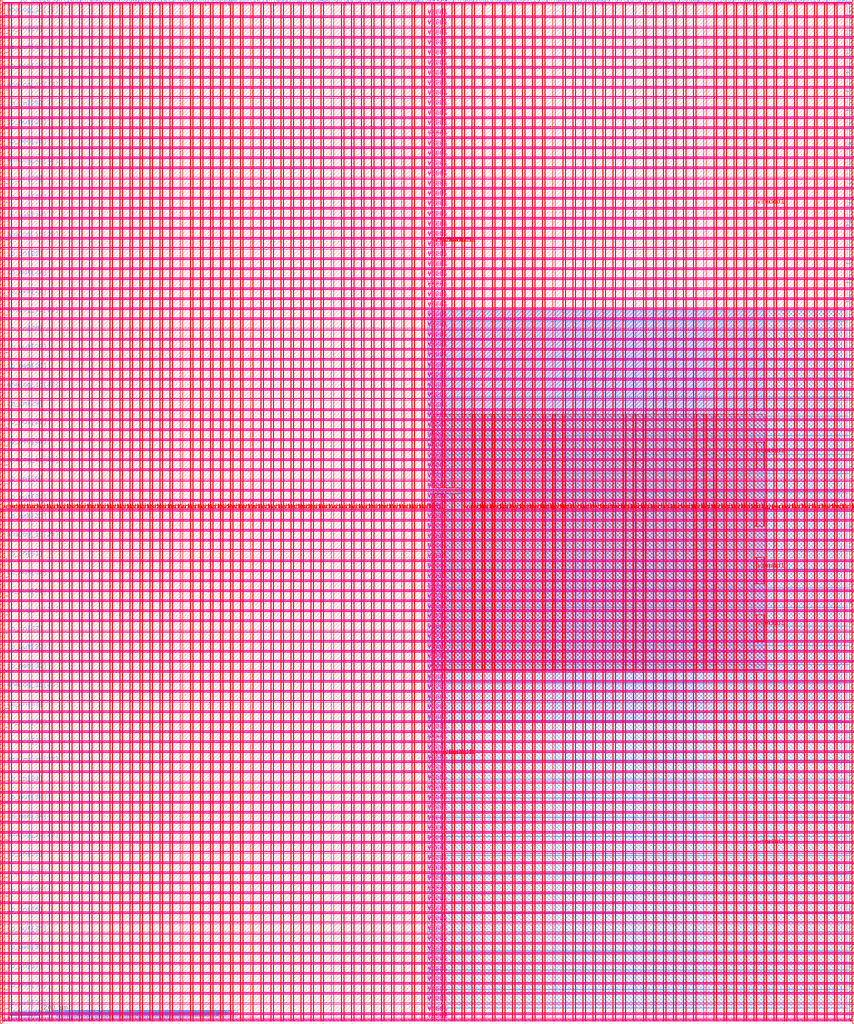
<source format=lef>
VERSION 5.7 ;
  NOWIREEXTENSIONATPIN ON ;
  DIVIDERCHAR "/" ;
  BUSBITCHARS "[]" ;
MACRO user_project_wrapper
  CLASS BLOCK ;
  FOREIGN user_project_wrapper ;
  ORIGIN 0.000 0.000 ;
  SIZE 2920.000 BY 3520.000 ;
  PIN analog_io[0]
    DIRECTION INOUT ;
    USE SIGNAL ;
    PORT
      LAYER met3 ;
        RECT 2917.600 1426.380 2924.800 1427.580 ;
    END
  END analog_io[0]
  PIN analog_io[10]
    DIRECTION INOUT ;
    USE SIGNAL ;
    PORT
      LAYER met2 ;
        RECT 2230.490 3517.600 2231.050 3524.800 ;
    END
  END analog_io[10]
  PIN analog_io[11]
    DIRECTION INOUT ;
    USE SIGNAL ;
    PORT
      LAYER met2 ;
        RECT 1905.730 3517.600 1906.290 3524.800 ;
    END
  END analog_io[11]
  PIN analog_io[12]
    DIRECTION INOUT ;
    USE SIGNAL ;
    PORT
      LAYER met2 ;
        RECT 1581.430 3517.600 1581.990 3524.800 ;
    END
  END analog_io[12]
  PIN analog_io[13]
    DIRECTION INOUT ;
    USE SIGNAL ;
    PORT
      LAYER met2 ;
        RECT 1257.130 3517.600 1257.690 3524.800 ;
    END
  END analog_io[13]
  PIN analog_io[14]
    DIRECTION INOUT ;
    USE SIGNAL ;
    PORT
      LAYER met2 ;
        RECT 932.370 3517.600 932.930 3524.800 ;
    END
  END analog_io[14]
  PIN analog_io[15]
    DIRECTION INOUT ;
    USE SIGNAL ;
    PORT
      LAYER met2 ;
        RECT 608.070 3517.600 608.630 3524.800 ;
    END
  END analog_io[15]
  PIN analog_io[16]
    DIRECTION INOUT ;
    USE SIGNAL ;
    PORT
      LAYER met2 ;
        RECT 283.770 3517.600 284.330 3524.800 ;
    END
  END analog_io[16]
  PIN analog_io[17]
    DIRECTION INOUT ;
    USE SIGNAL ;
    PORT
      LAYER met3 ;
        RECT -4.800 3486.100 2.400 3487.300 ;
    END
  END analog_io[17]
  PIN analog_io[18]
    DIRECTION INOUT ;
    USE SIGNAL ;
    PORT
      LAYER met3 ;
        RECT -4.800 3224.980 2.400 3226.180 ;
    END
  END analog_io[18]
  PIN analog_io[19]
    DIRECTION INOUT ;
    USE SIGNAL ;
    PORT
      LAYER met3 ;
        RECT -4.800 2964.540 2.400 2965.740 ;
    END
  END analog_io[19]
  PIN analog_io[1]
    DIRECTION INOUT ;
    USE SIGNAL ;
    PORT
      LAYER met3 ;
        RECT 2917.600 1692.260 2924.800 1693.460 ;
    END
  END analog_io[1]
  PIN analog_io[20]
    DIRECTION INOUT ;
    USE SIGNAL ;
    PORT
      LAYER met3 ;
        RECT -4.800 2703.420 2.400 2704.620 ;
    END
  END analog_io[20]
  PIN analog_io[21]
    DIRECTION INOUT ;
    USE SIGNAL ;
    PORT
      LAYER met3 ;
        RECT -4.800 2442.980 2.400 2444.180 ;
    END
  END analog_io[21]
  PIN analog_io[22]
    DIRECTION INOUT ;
    USE SIGNAL ;
    PORT
      LAYER met3 ;
        RECT -4.800 2182.540 2.400 2183.740 ;
    END
  END analog_io[22]
  PIN analog_io[23]
    DIRECTION INOUT ;
    USE SIGNAL ;
    PORT
      LAYER met3 ;
        RECT -4.800 1921.420 2.400 1922.620 ;
    END
  END analog_io[23]
  PIN analog_io[24]
    DIRECTION INOUT ;
    USE SIGNAL ;
    PORT
      LAYER met3 ;
        RECT -4.800 1660.980 2.400 1662.180 ;
    END
  END analog_io[24]
  PIN analog_io[25]
    DIRECTION INOUT ;
    USE SIGNAL ;
    PORT
      LAYER met3 ;
        RECT -4.800 1399.860 2.400 1401.060 ;
    END
  END analog_io[25]
  PIN analog_io[26]
    DIRECTION INOUT ;
    USE SIGNAL ;
    PORT
      LAYER met3 ;
        RECT -4.800 1139.420 2.400 1140.620 ;
    END
  END analog_io[26]
  PIN analog_io[27]
    DIRECTION INOUT ;
    USE SIGNAL ;
    PORT
      LAYER met3 ;
        RECT -4.800 878.980 2.400 880.180 ;
    END
  END analog_io[27]
  PIN analog_io[28]
    DIRECTION INOUT ;
    USE SIGNAL ;
    PORT
      LAYER met3 ;
        RECT -4.800 617.860 2.400 619.060 ;
    END
  END analog_io[28]
  PIN analog_io[2]
    DIRECTION INOUT ;
    USE SIGNAL ;
    PORT
      LAYER met3 ;
        RECT 2917.600 1958.140 2924.800 1959.340 ;
    END
  END analog_io[2]
  PIN analog_io[3]
    DIRECTION INOUT ;
    USE SIGNAL ;
    PORT
      LAYER met3 ;
        RECT 2917.600 2223.340 2924.800 2224.540 ;
    END
  END analog_io[3]
  PIN analog_io[4]
    DIRECTION INOUT ;
    USE SIGNAL ;
    PORT
      LAYER met3 ;
        RECT 2917.600 2489.220 2924.800 2490.420 ;
    END
  END analog_io[4]
  PIN analog_io[5]
    DIRECTION INOUT ;
    USE SIGNAL ;
    PORT
      LAYER met3 ;
        RECT 2917.600 2755.100 2924.800 2756.300 ;
    END
  END analog_io[5]
  PIN analog_io[6]
    DIRECTION INOUT ;
    USE SIGNAL ;
    PORT
      LAYER met3 ;
        RECT 2917.600 3020.300 2924.800 3021.500 ;
    END
  END analog_io[6]
  PIN analog_io[7]
    DIRECTION INOUT ;
    USE SIGNAL ;
    PORT
      LAYER met3 ;
        RECT 2917.600 3286.180 2924.800 3287.380 ;
    END
  END analog_io[7]
  PIN analog_io[8]
    DIRECTION INOUT ;
    USE SIGNAL ;
    PORT
      LAYER met2 ;
        RECT 2879.090 3517.600 2879.650 3524.800 ;
    END
  END analog_io[8]
  PIN analog_io[9]
    DIRECTION INOUT ;
    USE SIGNAL ;
    PORT
      LAYER met2 ;
        RECT 2554.790 3517.600 2555.350 3524.800 ;
    END
  END analog_io[9]
  PIN io_in[0]
    DIRECTION INPUT ;
    USE SIGNAL ;
    PORT
      LAYER met3 ;
        RECT 2917.600 32.380 2924.800 33.580 ;
    END
  END io_in[0]
  PIN io_in[10]
    DIRECTION INPUT ;
    USE SIGNAL ;
    PORT
      LAYER met3 ;
        RECT 2917.600 2289.980 2924.800 2291.180 ;
    END
  END io_in[10]
  PIN io_in[11]
    DIRECTION INPUT ;
    USE SIGNAL ;
    PORT
      LAYER met3 ;
        RECT 2917.600 2555.860 2924.800 2557.060 ;
    END
  END io_in[11]
  PIN io_in[12]
    DIRECTION INPUT ;
    USE SIGNAL ;
    PORT
      LAYER met3 ;
        RECT 2917.600 2821.060 2924.800 2822.260 ;
    END
  END io_in[12]
  PIN io_in[13]
    DIRECTION INPUT ;
    USE SIGNAL ;
    PORT
      LAYER met3 ;
        RECT 2917.600 3086.940 2924.800 3088.140 ;
    END
  END io_in[13]
  PIN io_in[14]
    DIRECTION INPUT ;
    USE SIGNAL ;
    PORT
      LAYER met3 ;
        RECT 2917.600 3352.820 2924.800 3354.020 ;
    END
  END io_in[14]
  PIN io_in[15]
    DIRECTION INPUT ;
    USE SIGNAL ;
    PORT
      LAYER met2 ;
        RECT 2798.130 3517.600 2798.690 3524.800 ;
    END
  END io_in[15]
  PIN io_in[16]
    DIRECTION INPUT ;
    USE SIGNAL ;
    PORT
      LAYER met2 ;
        RECT 2473.830 3517.600 2474.390 3524.800 ;
    END
  END io_in[16]
  PIN io_in[17]
    DIRECTION INPUT ;
    USE SIGNAL ;
    PORT
      LAYER met2 ;
        RECT 2149.070 3517.600 2149.630 3524.800 ;
    END
  END io_in[17]
  PIN io_in[18]
    DIRECTION INPUT ;
    USE SIGNAL ;
    PORT
      LAYER met2 ;
        RECT 1824.770 3517.600 1825.330 3524.800 ;
    END
  END io_in[18]
  PIN io_in[19]
    DIRECTION INPUT ;
    USE SIGNAL ;
    PORT
      LAYER met2 ;
        RECT 1500.470 3517.600 1501.030 3524.800 ;
    END
  END io_in[19]
  PIN io_in[1]
    DIRECTION INPUT ;
    USE SIGNAL ;
    PORT
      LAYER met3 ;
        RECT 2917.600 230.940 2924.800 232.140 ;
    END
  END io_in[1]
  PIN io_in[20]
    DIRECTION INPUT ;
    USE SIGNAL ;
    PORT
      LAYER met2 ;
        RECT 1175.710 3517.600 1176.270 3524.800 ;
    END
  END io_in[20]
  PIN io_in[21]
    DIRECTION INPUT ;
    USE SIGNAL ;
    PORT
      LAYER met2 ;
        RECT 851.410 3517.600 851.970 3524.800 ;
    END
  END io_in[21]
  PIN io_in[22]
    DIRECTION INPUT ;
    USE SIGNAL ;
    PORT
      LAYER met2 ;
        RECT 527.110 3517.600 527.670 3524.800 ;
    END
  END io_in[22]
  PIN io_in[23]
    DIRECTION INPUT ;
    USE SIGNAL ;
    PORT
      LAYER met2 ;
        RECT 202.350 3517.600 202.910 3524.800 ;
    END
  END io_in[23]
  PIN io_in[24]
    DIRECTION INPUT ;
    USE SIGNAL ;
    PORT
      LAYER met3 ;
        RECT -4.800 3420.820 2.400 3422.020 ;
    END
  END io_in[24]
  PIN io_in[25]
    DIRECTION INPUT ;
    USE SIGNAL ;
    PORT
      LAYER met3 ;
        RECT -4.800 3159.700 2.400 3160.900 ;
    END
  END io_in[25]
  PIN io_in[26]
    DIRECTION INPUT ;
    USE SIGNAL ;
    PORT
      LAYER met3 ;
        RECT -4.800 2899.260 2.400 2900.460 ;
    END
  END io_in[26]
  PIN io_in[27]
    DIRECTION INPUT ;
    USE SIGNAL ;
    PORT
      LAYER met3 ;
        RECT -4.800 2638.820 2.400 2640.020 ;
    END
  END io_in[27]
  PIN io_in[28]
    DIRECTION INPUT ;
    USE SIGNAL ;
    PORT
      LAYER met3 ;
        RECT -4.800 2377.700 2.400 2378.900 ;
    END
  END io_in[28]
  PIN io_in[29]
    DIRECTION INPUT ;
    USE SIGNAL ;
    PORT
      LAYER met3 ;
        RECT -4.800 2117.260 2.400 2118.460 ;
    END
  END io_in[29]
  PIN io_in[2]
    DIRECTION INPUT ;
    USE SIGNAL ;
    PORT
      LAYER met3 ;
        RECT 2917.600 430.180 2924.800 431.380 ;
    END
  END io_in[2]
  PIN io_in[30]
    DIRECTION INPUT ;
    USE SIGNAL ;
    PORT
      LAYER met3 ;
        RECT -4.800 1856.140 2.400 1857.340 ;
    END
  END io_in[30]
  PIN io_in[31]
    DIRECTION INPUT ;
    USE SIGNAL ;
    PORT
      LAYER met3 ;
        RECT -4.800 1595.700 2.400 1596.900 ;
    END
  END io_in[31]
  PIN io_in[32]
    DIRECTION INPUT ;
    USE SIGNAL ;
    PORT
      LAYER met3 ;
        RECT -4.800 1335.260 2.400 1336.460 ;
    END
  END io_in[32]
  PIN io_in[33]
    DIRECTION INPUT ;
    USE SIGNAL ;
    PORT
      LAYER met3 ;
        RECT -4.800 1074.140 2.400 1075.340 ;
    END
  END io_in[33]
  PIN io_in[34]
    DIRECTION INPUT ;
    USE SIGNAL ;
    PORT
      LAYER met3 ;
        RECT -4.800 813.700 2.400 814.900 ;
    END
  END io_in[34]
  PIN io_in[35]
    DIRECTION INPUT ;
    USE SIGNAL ;
    PORT
      LAYER met3 ;
        RECT -4.800 552.580 2.400 553.780 ;
    END
  END io_in[35]
  PIN io_in[36]
    DIRECTION INPUT ;
    USE SIGNAL ;
    PORT
      LAYER met3 ;
        RECT -4.800 357.420 2.400 358.620 ;
    END
  END io_in[36]
  PIN io_in[37]
    DIRECTION INPUT ;
    USE SIGNAL ;
    PORT
      LAYER met3 ;
        RECT -4.800 161.580 2.400 162.780 ;
    END
  END io_in[37]
  PIN io_in[3]
    DIRECTION INPUT ;
    USE SIGNAL ;
    PORT
      LAYER met3 ;
        RECT 2917.600 629.420 2924.800 630.620 ;
    END
  END io_in[3]
  PIN io_in[4]
    DIRECTION INPUT ;
    USE SIGNAL ;
    PORT
      LAYER met3 ;
        RECT 2917.600 828.660 2924.800 829.860 ;
    END
  END io_in[4]
  PIN io_in[5]
    DIRECTION INPUT ;
    USE SIGNAL ;
    PORT
      LAYER met3 ;
        RECT 2917.600 1027.900 2924.800 1029.100 ;
    END
  END io_in[5]
  PIN io_in[6]
    DIRECTION INPUT ;
    USE SIGNAL ;
    PORT
      LAYER met3 ;
        RECT 2917.600 1227.140 2924.800 1228.340 ;
    END
  END io_in[6]
  PIN io_in[7]
    DIRECTION INPUT ;
    USE SIGNAL ;
    PORT
      LAYER met3 ;
        RECT 2917.600 1493.020 2924.800 1494.220 ;
    END
  END io_in[7]
  PIN io_in[8]
    DIRECTION INPUT ;
    USE SIGNAL ;
    PORT
      LAYER met3 ;
        RECT 2917.600 1758.900 2924.800 1760.100 ;
    END
  END io_in[8]
  PIN io_in[9]
    DIRECTION INPUT ;
    USE SIGNAL ;
    PORT
      LAYER met3 ;
        RECT 2917.600 2024.100 2924.800 2025.300 ;
    END
  END io_in[9]
  PIN io_oeb[0]
    DIRECTION OUTPUT TRISTATE ;
    USE SIGNAL ;
    PORT
      LAYER met3 ;
        RECT 2917.600 164.980 2924.800 166.180 ;
    END
  END io_oeb[0]
  PIN io_oeb[10]
    DIRECTION OUTPUT TRISTATE ;
    USE SIGNAL ;
    PORT
      LAYER met3 ;
        RECT 2917.600 2422.580 2924.800 2423.780 ;
    END
  END io_oeb[10]
  PIN io_oeb[11]
    DIRECTION OUTPUT TRISTATE ;
    USE SIGNAL ;
    PORT
      LAYER met3 ;
        RECT 2917.600 2688.460 2924.800 2689.660 ;
    END
  END io_oeb[11]
  PIN io_oeb[12]
    DIRECTION OUTPUT TRISTATE ;
    USE SIGNAL ;
    PORT
      LAYER met3 ;
        RECT 2917.600 2954.340 2924.800 2955.540 ;
    END
  END io_oeb[12]
  PIN io_oeb[13]
    DIRECTION OUTPUT TRISTATE ;
    USE SIGNAL ;
    PORT
      LAYER met3 ;
        RECT 2917.600 3219.540 2924.800 3220.740 ;
    END
  END io_oeb[13]
  PIN io_oeb[14]
    DIRECTION OUTPUT TRISTATE ;
    USE SIGNAL ;
    PORT
      LAYER met3 ;
        RECT 2917.600 3485.420 2924.800 3486.620 ;
    END
  END io_oeb[14]
  PIN io_oeb[15]
    DIRECTION OUTPUT TRISTATE ;
    USE SIGNAL ;
    PORT
      LAYER met2 ;
        RECT 2635.750 3517.600 2636.310 3524.800 ;
    END
  END io_oeb[15]
  PIN io_oeb[16]
    DIRECTION OUTPUT TRISTATE ;
    USE SIGNAL ;
    PORT
      LAYER met2 ;
        RECT 2311.450 3517.600 2312.010 3524.800 ;
    END
  END io_oeb[16]
  PIN io_oeb[17]
    DIRECTION OUTPUT TRISTATE ;
    USE SIGNAL ;
    PORT
      LAYER met2 ;
        RECT 1987.150 3517.600 1987.710 3524.800 ;
    END
  END io_oeb[17]
  PIN io_oeb[18]
    DIRECTION OUTPUT TRISTATE ;
    USE SIGNAL ;
    PORT
      LAYER met2 ;
        RECT 1662.390 3517.600 1662.950 3524.800 ;
    END
  END io_oeb[18]
  PIN io_oeb[19]
    DIRECTION OUTPUT TRISTATE ;
    USE SIGNAL ;
    PORT
      LAYER met2 ;
        RECT 1338.090 3517.600 1338.650 3524.800 ;
    END
  END io_oeb[19]
  PIN io_oeb[1]
    DIRECTION OUTPUT TRISTATE ;
    USE SIGNAL ;
    PORT
      LAYER met3 ;
        RECT 2917.600 364.220 2924.800 365.420 ;
    END
  END io_oeb[1]
  PIN io_oeb[20]
    DIRECTION OUTPUT TRISTATE ;
    USE SIGNAL ;
    PORT
      LAYER met2 ;
        RECT 1013.790 3517.600 1014.350 3524.800 ;
    END
  END io_oeb[20]
  PIN io_oeb[21]
    DIRECTION OUTPUT TRISTATE ;
    USE SIGNAL ;
    PORT
      LAYER met2 ;
        RECT 689.030 3517.600 689.590 3524.800 ;
    END
  END io_oeb[21]
  PIN io_oeb[22]
    DIRECTION OUTPUT TRISTATE ;
    USE SIGNAL ;
    PORT
      LAYER met2 ;
        RECT 364.730 3517.600 365.290 3524.800 ;
    END
  END io_oeb[22]
  PIN io_oeb[23]
    DIRECTION OUTPUT TRISTATE ;
    USE SIGNAL ;
    PORT
      LAYER met2 ;
        RECT 40.430 3517.600 40.990 3524.800 ;
    END
  END io_oeb[23]
  PIN io_oeb[24]
    DIRECTION OUTPUT TRISTATE ;
    USE SIGNAL ;
    PORT
      LAYER met3 ;
        RECT -4.800 3290.260 2.400 3291.460 ;
    END
  END io_oeb[24]
  PIN io_oeb[25]
    DIRECTION OUTPUT TRISTATE ;
    USE SIGNAL ;
    PORT
      LAYER met3 ;
        RECT -4.800 3029.820 2.400 3031.020 ;
    END
  END io_oeb[25]
  PIN io_oeb[26]
    DIRECTION OUTPUT TRISTATE ;
    USE SIGNAL ;
    PORT
      LAYER met3 ;
        RECT -4.800 2768.700 2.400 2769.900 ;
    END
  END io_oeb[26]
  PIN io_oeb[27]
    DIRECTION OUTPUT TRISTATE ;
    USE SIGNAL ;
    PORT
      LAYER met3 ;
        RECT -4.800 2508.260 2.400 2509.460 ;
    END
  END io_oeb[27]
  PIN io_oeb[28]
    DIRECTION OUTPUT TRISTATE ;
    USE SIGNAL ;
    PORT
      LAYER met3 ;
        RECT -4.800 2247.140 2.400 2248.340 ;
    END
  END io_oeb[28]
  PIN io_oeb[29]
    DIRECTION OUTPUT TRISTATE ;
    USE SIGNAL ;
    PORT
      LAYER met3 ;
        RECT -4.800 1986.700 2.400 1987.900 ;
    END
  END io_oeb[29]
  PIN io_oeb[2]
    DIRECTION OUTPUT TRISTATE ;
    USE SIGNAL ;
    PORT
      LAYER met3 ;
        RECT 2917.600 563.460 2924.800 564.660 ;
    END
  END io_oeb[2]
  PIN io_oeb[30]
    DIRECTION OUTPUT TRISTATE ;
    USE SIGNAL ;
    PORT
      LAYER met3 ;
        RECT -4.800 1726.260 2.400 1727.460 ;
    END
  END io_oeb[30]
  PIN io_oeb[31]
    DIRECTION OUTPUT TRISTATE ;
    USE SIGNAL ;
    PORT
      LAYER met3 ;
        RECT -4.800 1465.140 2.400 1466.340 ;
    END
  END io_oeb[31]
  PIN io_oeb[32]
    DIRECTION OUTPUT TRISTATE ;
    USE SIGNAL ;
    PORT
      LAYER met3 ;
        RECT -4.800 1204.700 2.400 1205.900 ;
    END
  END io_oeb[32]
  PIN io_oeb[33]
    DIRECTION OUTPUT TRISTATE ;
    USE SIGNAL ;
    PORT
      LAYER met3 ;
        RECT -4.800 943.580 2.400 944.780 ;
    END
  END io_oeb[33]
  PIN io_oeb[34]
    DIRECTION OUTPUT TRISTATE ;
    USE SIGNAL ;
    PORT
      LAYER met3 ;
        RECT -4.800 683.140 2.400 684.340 ;
    END
  END io_oeb[34]
  PIN io_oeb[35]
    DIRECTION OUTPUT TRISTATE ;
    USE SIGNAL ;
    PORT
      LAYER met3 ;
        RECT -4.800 422.700 2.400 423.900 ;
    END
  END io_oeb[35]
  PIN io_oeb[36]
    DIRECTION OUTPUT TRISTATE ;
    USE SIGNAL ;
    PORT
      LAYER met3 ;
        RECT -4.800 226.860 2.400 228.060 ;
    END
  END io_oeb[36]
  PIN io_oeb[37]
    DIRECTION OUTPUT TRISTATE ;
    USE SIGNAL ;
    PORT
      LAYER met3 ;
        RECT -4.800 31.700 2.400 32.900 ;
    END
  END io_oeb[37]
  PIN io_oeb[3]
    DIRECTION OUTPUT TRISTATE ;
    USE SIGNAL ;
    PORT
      LAYER met3 ;
        RECT 2917.600 762.700 2924.800 763.900 ;
    END
  END io_oeb[3]
  PIN io_oeb[4]
    DIRECTION OUTPUT TRISTATE ;
    USE SIGNAL ;
    PORT
      LAYER met3 ;
        RECT 2917.600 961.940 2924.800 963.140 ;
    END
  END io_oeb[4]
  PIN io_oeb[5]
    DIRECTION OUTPUT TRISTATE ;
    USE SIGNAL ;
    PORT
      LAYER met3 ;
        RECT 2917.600 1161.180 2924.800 1162.380 ;
    END
  END io_oeb[5]
  PIN io_oeb[6]
    DIRECTION OUTPUT TRISTATE ;
    USE SIGNAL ;
    PORT
      LAYER met3 ;
        RECT 2917.600 1360.420 2924.800 1361.620 ;
    END
  END io_oeb[6]
  PIN io_oeb[7]
    DIRECTION OUTPUT TRISTATE ;
    USE SIGNAL ;
    PORT
      LAYER met3 ;
        RECT 2917.600 1625.620 2924.800 1626.820 ;
    END
  END io_oeb[7]
  PIN io_oeb[8]
    DIRECTION OUTPUT TRISTATE ;
    USE SIGNAL ;
    PORT
      LAYER met3 ;
        RECT 2917.600 1891.500 2924.800 1892.700 ;
    END
  END io_oeb[8]
  PIN io_oeb[9]
    DIRECTION OUTPUT TRISTATE ;
    USE SIGNAL ;
    PORT
      LAYER met3 ;
        RECT 2917.600 2157.380 2924.800 2158.580 ;
    END
  END io_oeb[9]
  PIN io_out[0]
    DIRECTION OUTPUT TRISTATE ;
    USE SIGNAL ;
    PORT
      LAYER met3 ;
        RECT 2917.600 98.340 2924.800 99.540 ;
    END
  END io_out[0]
  PIN io_out[10]
    DIRECTION OUTPUT TRISTATE ;
    USE SIGNAL ;
    PORT
      LAYER met3 ;
        RECT 2917.600 2356.620 2924.800 2357.820 ;
    END
  END io_out[10]
  PIN io_out[11]
    DIRECTION OUTPUT TRISTATE ;
    USE SIGNAL ;
    PORT
      LAYER met3 ;
        RECT 2917.600 2621.820 2924.800 2623.020 ;
    END
  END io_out[11]
  PIN io_out[12]
    DIRECTION OUTPUT TRISTATE ;
    USE SIGNAL ;
    PORT
      LAYER met3 ;
        RECT 2917.600 2887.700 2924.800 2888.900 ;
    END
  END io_out[12]
  PIN io_out[13]
    DIRECTION OUTPUT TRISTATE ;
    USE SIGNAL ;
    PORT
      LAYER met3 ;
        RECT 2917.600 3153.580 2924.800 3154.780 ;
    END
  END io_out[13]
  PIN io_out[14]
    DIRECTION OUTPUT TRISTATE ;
    USE SIGNAL ;
    PORT
      LAYER met3 ;
        RECT 2917.600 3418.780 2924.800 3419.980 ;
    END
  END io_out[14]
  PIN io_out[15]
    DIRECTION OUTPUT TRISTATE ;
    USE SIGNAL ;
    PORT
      LAYER met2 ;
        RECT 2717.170 3517.600 2717.730 3524.800 ;
    END
  END io_out[15]
  PIN io_out[16]
    DIRECTION OUTPUT TRISTATE ;
    USE SIGNAL ;
    PORT
      LAYER met2 ;
        RECT 2392.410 3517.600 2392.970 3524.800 ;
    END
  END io_out[16]
  PIN io_out[17]
    DIRECTION OUTPUT TRISTATE ;
    USE SIGNAL ;
    PORT
      LAYER met2 ;
        RECT 2068.110 3517.600 2068.670 3524.800 ;
    END
  END io_out[17]
  PIN io_out[18]
    DIRECTION OUTPUT TRISTATE ;
    USE SIGNAL ;
    PORT
      LAYER met2 ;
        RECT 1743.810 3517.600 1744.370 3524.800 ;
    END
  END io_out[18]
  PIN io_out[19]
    DIRECTION OUTPUT TRISTATE ;
    USE SIGNAL ;
    PORT
      LAYER met2 ;
        RECT 1419.050 3517.600 1419.610 3524.800 ;
    END
  END io_out[19]
  PIN io_out[1]
    DIRECTION OUTPUT TRISTATE ;
    USE SIGNAL ;
    PORT
      LAYER met3 ;
        RECT 2917.600 297.580 2924.800 298.780 ;
    END
  END io_out[1]
  PIN io_out[20]
    DIRECTION OUTPUT TRISTATE ;
    USE SIGNAL ;
    PORT
      LAYER met2 ;
        RECT 1094.750 3517.600 1095.310 3524.800 ;
    END
  END io_out[20]
  PIN io_out[21]
    DIRECTION OUTPUT TRISTATE ;
    USE SIGNAL ;
    PORT
      LAYER met2 ;
        RECT 770.450 3517.600 771.010 3524.800 ;
    END
  END io_out[21]
  PIN io_out[22]
    DIRECTION OUTPUT TRISTATE ;
    USE SIGNAL ;
    PORT
      LAYER met2 ;
        RECT 445.690 3517.600 446.250 3524.800 ;
    END
  END io_out[22]
  PIN io_out[23]
    DIRECTION OUTPUT TRISTATE ;
    USE SIGNAL ;
    PORT
      LAYER met2 ;
        RECT 121.390 3517.600 121.950 3524.800 ;
    END
  END io_out[23]
  PIN io_out[24]
    DIRECTION OUTPUT TRISTATE ;
    USE SIGNAL ;
    PORT
      LAYER met3 ;
        RECT -4.800 3355.540 2.400 3356.740 ;
    END
  END io_out[24]
  PIN io_out[25]
    DIRECTION OUTPUT TRISTATE ;
    USE SIGNAL ;
    PORT
      LAYER met3 ;
        RECT -4.800 3095.100 2.400 3096.300 ;
    END
  END io_out[25]
  PIN io_out[26]
    DIRECTION OUTPUT TRISTATE ;
    USE SIGNAL ;
    PORT
      LAYER met3 ;
        RECT -4.800 2833.980 2.400 2835.180 ;
    END
  END io_out[26]
  PIN io_out[27]
    DIRECTION OUTPUT TRISTATE ;
    USE SIGNAL ;
    PORT
      LAYER met3 ;
        RECT -4.800 2573.540 2.400 2574.740 ;
    END
  END io_out[27]
  PIN io_out[28]
    DIRECTION OUTPUT TRISTATE ;
    USE SIGNAL ;
    PORT
      LAYER met3 ;
        RECT -4.800 2312.420 2.400 2313.620 ;
    END
  END io_out[28]
  PIN io_out[29]
    DIRECTION OUTPUT TRISTATE ;
    USE SIGNAL ;
    PORT
      LAYER met3 ;
        RECT -4.800 2051.980 2.400 2053.180 ;
    END
  END io_out[29]
  PIN io_out[2]
    DIRECTION OUTPUT TRISTATE ;
    USE SIGNAL ;
    PORT
      LAYER met3 ;
        RECT 2917.600 496.820 2924.800 498.020 ;
    END
  END io_out[2]
  PIN io_out[30]
    DIRECTION OUTPUT TRISTATE ;
    USE SIGNAL ;
    PORT
      LAYER met3 ;
        RECT -4.800 1791.540 2.400 1792.740 ;
    END
  END io_out[30]
  PIN io_out[31]
    DIRECTION OUTPUT TRISTATE ;
    USE SIGNAL ;
    PORT
      LAYER met3 ;
        RECT -4.800 1530.420 2.400 1531.620 ;
    END
  END io_out[31]
  PIN io_out[32]
    DIRECTION OUTPUT TRISTATE ;
    USE SIGNAL ;
    PORT
      LAYER met3 ;
        RECT -4.800 1269.980 2.400 1271.180 ;
    END
  END io_out[32]
  PIN io_out[33]
    DIRECTION OUTPUT TRISTATE ;
    USE SIGNAL ;
    PORT
      LAYER met3 ;
        RECT -4.800 1008.860 2.400 1010.060 ;
    END
  END io_out[33]
  PIN io_out[34]
    DIRECTION OUTPUT TRISTATE ;
    USE SIGNAL ;
    PORT
      LAYER met3 ;
        RECT -4.800 748.420 2.400 749.620 ;
    END
  END io_out[34]
  PIN io_out[35]
    DIRECTION OUTPUT TRISTATE ;
    USE SIGNAL ;
    PORT
      LAYER met3 ;
        RECT -4.800 487.300 2.400 488.500 ;
    END
  END io_out[35]
  PIN io_out[36]
    DIRECTION OUTPUT TRISTATE ;
    USE SIGNAL ;
    PORT
      LAYER met3 ;
        RECT -4.800 292.140 2.400 293.340 ;
    END
  END io_out[36]
  PIN io_out[37]
    DIRECTION OUTPUT TRISTATE ;
    USE SIGNAL ;
    PORT
      LAYER met3 ;
        RECT -4.800 96.300 2.400 97.500 ;
    END
  END io_out[37]
  PIN io_out[3]
    DIRECTION OUTPUT TRISTATE ;
    USE SIGNAL ;
    PORT
      LAYER met3 ;
        RECT 2917.600 696.060 2924.800 697.260 ;
    END
  END io_out[3]
  PIN io_out[4]
    DIRECTION OUTPUT TRISTATE ;
    USE SIGNAL ;
    PORT
      LAYER met3 ;
        RECT 2917.600 895.300 2924.800 896.500 ;
    END
  END io_out[4]
  PIN io_out[5]
    DIRECTION OUTPUT TRISTATE ;
    USE SIGNAL ;
    PORT
      LAYER met3 ;
        RECT 2917.600 1094.540 2924.800 1095.740 ;
    END
  END io_out[5]
  PIN io_out[6]
    DIRECTION OUTPUT TRISTATE ;
    USE SIGNAL ;
    PORT
      LAYER met3 ;
        RECT 2917.600 1293.780 2924.800 1294.980 ;
    END
  END io_out[6]
  PIN io_out[7]
    DIRECTION OUTPUT TRISTATE ;
    USE SIGNAL ;
    PORT
      LAYER met3 ;
        RECT 2917.600 1559.660 2924.800 1560.860 ;
    END
  END io_out[7]
  PIN io_out[8]
    DIRECTION OUTPUT TRISTATE ;
    USE SIGNAL ;
    PORT
      LAYER met3 ;
        RECT 2917.600 1824.860 2924.800 1826.060 ;
    END
  END io_out[8]
  PIN io_out[9]
    DIRECTION OUTPUT TRISTATE ;
    USE SIGNAL ;
    PORT
      LAYER met3 ;
        RECT 2917.600 2090.740 2924.800 2091.940 ;
    END
  END io_out[9]
  PIN vccd1
    DIRECTION INOUT ;
    USE POWER ;
    PORT
      LAYER met4 ;
        RECT -15.990 -10.630 -8.930 3530.310 ;
    END
    PORT
      LAYER met5 ;
        RECT -12.030 -6.670 2935.610 -3.570 ;
    END
    PORT
      LAYER met5 ;
        RECT -12.030 3523.250 2935.610 3526.350 ;
    END
    PORT
      LAYER met4 ;
        RECT 2928.550 -10.630 2935.610 3530.310 ;
    END
    PORT
      LAYER met4 ;
        RECT 5.720 -11.470 7.320 3531.150 ;
    END
    PORT
      LAYER met4 ;
        RECT 40.720 -11.470 42.320 3531.150 ;
    END
    PORT
      LAYER met4 ;
        RECT 75.720 -11.470 77.320 3531.150 ;
    END
    PORT
      LAYER met4 ;
        RECT 110.720 -11.470 112.320 3531.150 ;
    END
    PORT
      LAYER met4 ;
        RECT 145.720 -11.470 147.320 3531.150 ;
    END
    PORT
      LAYER met4 ;
        RECT 180.720 -11.470 182.320 3531.150 ;
    END
    PORT
      LAYER met4 ;
        RECT 215.720 -11.470 217.320 3531.150 ;
    END
    PORT
      LAYER met4 ;
        RECT 250.720 -11.470 252.320 3531.150 ;
    END
    PORT
      LAYER met4 ;
        RECT 285.720 -11.470 287.320 3531.150 ;
    END
    PORT
      LAYER met4 ;
        RECT 320.720 -11.470 322.320 3531.150 ;
    END
    PORT
      LAYER met4 ;
        RECT 355.720 -11.470 357.320 3531.150 ;
    END
    PORT
      LAYER met4 ;
        RECT 390.720 -11.470 392.320 3531.150 ;
    END
    PORT
      LAYER met4 ;
        RECT 425.720 -11.470 427.320 3531.150 ;
    END
    PORT
      LAYER met4 ;
        RECT 460.720 -11.470 462.320 3531.150 ;
    END
    PORT
      LAYER met4 ;
        RECT 495.720 -11.470 497.320 3531.150 ;
    END
    PORT
      LAYER met4 ;
        RECT 530.720 -11.470 532.320 3531.150 ;
    END
    PORT
      LAYER met4 ;
        RECT 565.720 -11.470 567.320 3531.150 ;
    END
    PORT
      LAYER met4 ;
        RECT 600.720 -11.470 602.320 3531.150 ;
    END
    PORT
      LAYER met4 ;
        RECT 635.720 -11.470 637.320 3531.150 ;
    END
    PORT
      LAYER met4 ;
        RECT 670.720 -11.470 672.320 3531.150 ;
    END
    PORT
      LAYER met4 ;
        RECT 705.720 -11.470 707.320 3531.150 ;
    END
    PORT
      LAYER met4 ;
        RECT 740.720 -11.470 742.320 3531.150 ;
    END
    PORT
      LAYER met4 ;
        RECT 775.720 -11.470 777.320 3531.150 ;
    END
    PORT
      LAYER met4 ;
        RECT 810.720 -11.470 812.320 3531.150 ;
    END
    PORT
      LAYER met4 ;
        RECT 845.720 -11.470 847.320 3531.150 ;
    END
    PORT
      LAYER met4 ;
        RECT 880.720 -11.470 882.320 3531.150 ;
    END
    PORT
      LAYER met4 ;
        RECT 915.720 -11.470 917.320 3531.150 ;
    END
    PORT
      LAYER met4 ;
        RECT 950.720 -11.470 952.320 3531.150 ;
    END
    PORT
      LAYER met4 ;
        RECT 985.720 -11.470 987.320 3531.150 ;
    END
    PORT
      LAYER met4 ;
        RECT 1020.720 -11.470 1022.320 3531.150 ;
    END
    PORT
      LAYER met4 ;
        RECT 1055.720 -11.470 1057.320 3531.150 ;
    END
    PORT
      LAYER met4 ;
        RECT 1090.720 -11.470 1092.320 3531.150 ;
    END
    PORT
      LAYER met4 ;
        RECT 1125.720 -11.470 1127.320 3531.150 ;
    END
    PORT
      LAYER met4 ;
        RECT 1160.720 -11.470 1162.320 3531.150 ;
    END
    PORT
      LAYER met4 ;
        RECT 1195.720 -11.470 1197.320 3531.150 ;
    END
    PORT
      LAYER met4 ;
        RECT 1230.720 -11.470 1232.320 3531.150 ;
    END
    PORT
      LAYER met4 ;
        RECT 1265.720 -11.470 1267.320 3531.150 ;
    END
    PORT
      LAYER met4 ;
        RECT 1300.720 -11.470 1302.320 3531.150 ;
    END
    PORT
      LAYER met4 ;
        RECT 1335.720 -11.470 1337.320 3531.150 ;
    END
    PORT
      LAYER met4 ;
        RECT 1370.720 -11.470 1372.320 3531.150 ;
    END
    PORT
      LAYER met4 ;
        RECT 1405.720 -11.470 1407.320 3531.150 ;
    END
    PORT
      LAYER met4 ;
        RECT 1440.720 -11.470 1442.320 3531.150 ;
    END
    PORT
      LAYER met4 ;
        RECT 1475.720 -11.470 1477.320 1821.180 ;
    END
    PORT
      LAYER met4 ;
        RECT 1475.720 1843.200 1477.320 3531.150 ;
    END
    PORT
      LAYER met4 ;
        RECT 1510.720 -11.470 1512.320 1821.180 ;
    END
    PORT
      LAYER met4 ;
        RECT 1510.720 1843.200 1512.320 3531.150 ;
    END
    PORT
      LAYER met4 ;
        RECT 1545.720 -11.470 1547.320 1821.180 ;
    END
    PORT
      LAYER met4 ;
        RECT 1545.720 1843.200 1547.320 3531.150 ;
    END
    PORT
      LAYER met4 ;
        RECT 1580.720 -11.470 1582.320 3531.150 ;
    END
    PORT
      LAYER met4 ;
        RECT 1615.720 -11.470 1617.320 3531.150 ;
    END
    PORT
      LAYER met4 ;
        RECT 1650.720 -11.470 1652.320 3531.150 ;
    END
    PORT
      LAYER met4 ;
        RECT 1685.720 -11.470 1687.320 3531.150 ;
    END
    PORT
      LAYER met4 ;
        RECT 1720.720 -11.470 1722.320 3531.150 ;
    END
    PORT
      LAYER met4 ;
        RECT 1755.720 -11.470 1757.320 3531.150 ;
    END
    PORT
      LAYER met4 ;
        RECT 1790.720 -11.470 1792.320 3531.150 ;
    END
    PORT
      LAYER met4 ;
        RECT 1825.720 -11.470 1827.320 3531.150 ;
    END
    PORT
      LAYER met4 ;
        RECT 1860.720 -11.470 1862.320 3531.150 ;
    END
    PORT
      LAYER met4 ;
        RECT 1895.720 -11.470 1897.320 3531.150 ;
    END
    PORT
      LAYER met4 ;
        RECT 1930.720 -11.470 1932.320 3531.150 ;
    END
    PORT
      LAYER met4 ;
        RECT 1965.720 -11.470 1967.320 3531.150 ;
    END
    PORT
      LAYER met4 ;
        RECT 2000.720 -11.470 2002.320 3531.150 ;
    END
    PORT
      LAYER met4 ;
        RECT 2035.720 -11.470 2037.320 3531.150 ;
    END
    PORT
      LAYER met4 ;
        RECT 2070.720 -11.470 2072.320 3531.150 ;
    END
    PORT
      LAYER met4 ;
        RECT 2105.720 -11.470 2107.320 3531.150 ;
    END
    PORT
      LAYER met4 ;
        RECT 2140.720 -11.470 2142.320 3531.150 ;
    END
    PORT
      LAYER met4 ;
        RECT 2175.720 -11.470 2177.320 3531.150 ;
    END
    PORT
      LAYER met4 ;
        RECT 2210.720 -11.470 2212.320 3531.150 ;
    END
    PORT
      LAYER met4 ;
        RECT 2245.720 -11.470 2247.320 3531.150 ;
    END
    PORT
      LAYER met4 ;
        RECT 2280.720 -11.470 2282.320 3531.150 ;
    END
    PORT
      LAYER met4 ;
        RECT 2315.720 -11.470 2317.320 3531.150 ;
    END
    PORT
      LAYER met4 ;
        RECT 2350.720 -11.470 2352.320 3531.150 ;
    END
    PORT
      LAYER met4 ;
        RECT 2385.720 -11.470 2387.320 3531.150 ;
    END
    PORT
      LAYER met4 ;
        RECT 2420.720 -11.470 2422.320 3531.150 ;
    END
    PORT
      LAYER met4 ;
        RECT 2455.720 -11.470 2457.320 3531.150 ;
    END
    PORT
      LAYER met4 ;
        RECT 2490.720 -11.470 2492.320 3531.150 ;
    END
    PORT
      LAYER met4 ;
        RECT 2525.720 -11.470 2527.320 3531.150 ;
    END
    PORT
      LAYER met4 ;
        RECT 2560.720 -11.470 2562.320 3531.150 ;
    END
    PORT
      LAYER met4 ;
        RECT 2595.720 -11.470 2597.320 3531.150 ;
    END
    PORT
      LAYER met4 ;
        RECT 2630.720 -11.470 2632.320 1200.040 ;
    END
    PORT
      LAYER met4 ;
        RECT 2630.720 1308.760 2632.320 1400.040 ;
    END
    PORT
      LAYER met4 ;
        RECT 2630.720 1508.760 2632.320 1600.040 ;
    END
    PORT
      LAYER met4 ;
        RECT 2630.720 1708.760 2632.320 1800.040 ;
    END
    PORT
      LAYER met4 ;
        RECT 2630.720 1908.760 2632.320 2000.040 ;
    END
    PORT
      LAYER met4 ;
        RECT 2630.720 2108.760 2632.320 3531.150 ;
    END
    PORT
      LAYER met4 ;
        RECT 2665.720 -11.470 2667.320 3531.150 ;
    END
    PORT
      LAYER met4 ;
        RECT 2700.720 -11.470 2702.320 3531.150 ;
    END
    PORT
      LAYER met4 ;
        RECT 2735.720 -11.470 2737.320 3531.150 ;
    END
    PORT
      LAYER met4 ;
        RECT 2770.720 -11.470 2772.320 3531.150 ;
    END
    PORT
      LAYER met4 ;
        RECT 2805.720 -11.470 2807.320 3531.150 ;
    END
    PORT
      LAYER met4 ;
        RECT 2840.720 -11.470 2842.320 3531.150 ;
    END
    PORT
      LAYER met4 ;
        RECT 2875.720 -11.470 2877.320 3531.150 ;
    END
    PORT
      LAYER met4 ;
        RECT 2910.720 -11.470 2912.320 3531.150 ;
    END
    PORT
      LAYER met5 ;
        RECT -24.750 11.080 2944.370 12.680 ;
    END
    PORT
      LAYER met5 ;
        RECT -24.750 46.080 2944.370 47.680 ;
    END
    PORT
      LAYER met5 ;
        RECT -24.750 81.080 2944.370 82.680 ;
    END
    PORT
      LAYER met5 ;
        RECT -24.750 116.080 2944.370 117.680 ;
    END
    PORT
      LAYER met5 ;
        RECT -24.750 151.080 2944.370 152.680 ;
    END
    PORT
      LAYER met5 ;
        RECT -24.750 186.080 2944.370 187.680 ;
    END
    PORT
      LAYER met5 ;
        RECT -24.750 221.080 2944.370 222.680 ;
    END
    PORT
      LAYER met5 ;
        RECT -24.750 256.080 2944.370 257.680 ;
    END
    PORT
      LAYER met5 ;
        RECT -24.750 291.080 2944.370 292.680 ;
    END
    PORT
      LAYER met5 ;
        RECT -24.750 326.080 2944.370 327.680 ;
    END
    PORT
      LAYER met5 ;
        RECT -24.750 361.080 2944.370 362.680 ;
    END
    PORT
      LAYER met5 ;
        RECT -24.750 396.080 2944.370 397.680 ;
    END
    PORT
      LAYER met5 ;
        RECT -24.750 431.080 2944.370 432.680 ;
    END
    PORT
      LAYER met5 ;
        RECT -24.750 466.080 2944.370 467.680 ;
    END
    PORT
      LAYER met5 ;
        RECT -24.750 501.080 2944.370 502.680 ;
    END
    PORT
      LAYER met5 ;
        RECT -24.750 536.080 2944.370 537.680 ;
    END
    PORT
      LAYER met5 ;
        RECT -24.750 571.080 2944.370 572.680 ;
    END
    PORT
      LAYER met5 ;
        RECT -24.750 606.080 2944.370 607.680 ;
    END
    PORT
      LAYER met5 ;
        RECT -24.750 641.080 2944.370 642.680 ;
    END
    PORT
      LAYER met5 ;
        RECT -24.750 676.080 2944.370 677.680 ;
    END
    PORT
      LAYER met5 ;
        RECT -24.750 711.080 2944.370 712.680 ;
    END
    PORT
      LAYER met5 ;
        RECT -24.750 746.080 2944.370 747.680 ;
    END
    PORT
      LAYER met5 ;
        RECT -24.750 781.080 2944.370 782.680 ;
    END
    PORT
      LAYER met5 ;
        RECT -24.750 816.080 2944.370 817.680 ;
    END
    PORT
      LAYER met5 ;
        RECT -24.750 851.080 2944.370 852.680 ;
    END
    PORT
      LAYER met5 ;
        RECT -24.750 886.080 2944.370 887.680 ;
    END
    PORT
      LAYER met5 ;
        RECT -24.750 921.080 2944.370 922.680 ;
    END
    PORT
      LAYER met5 ;
        RECT -24.750 956.080 2944.370 957.680 ;
    END
    PORT
      LAYER met5 ;
        RECT -24.750 991.080 2944.370 992.680 ;
    END
    PORT
      LAYER met5 ;
        RECT -24.750 1026.080 2944.370 1027.680 ;
    END
    PORT
      LAYER met5 ;
        RECT -24.750 1061.080 2944.370 1062.680 ;
    END
    PORT
      LAYER met5 ;
        RECT -24.750 1096.080 2944.370 1097.680 ;
    END
    PORT
      LAYER met5 ;
        RECT -24.750 1131.080 2944.370 1132.680 ;
    END
    PORT
      LAYER met5 ;
        RECT -24.750 1166.080 2944.370 1167.680 ;
    END
    PORT
      LAYER met5 ;
        RECT -24.750 1201.080 2944.370 1202.680 ;
    END
    PORT
      LAYER met5 ;
        RECT -24.750 1236.080 2944.370 1237.680 ;
    END
    PORT
      LAYER met5 ;
        RECT -24.750 1271.080 2944.370 1272.680 ;
    END
    PORT
      LAYER met5 ;
        RECT -24.750 1306.080 2944.370 1307.680 ;
    END
    PORT
      LAYER met5 ;
        RECT -24.750 1341.080 2944.370 1342.680 ;
    END
    PORT
      LAYER met5 ;
        RECT -24.750 1376.080 2944.370 1377.680 ;
    END
    PORT
      LAYER met5 ;
        RECT -24.750 1411.080 2944.370 1412.680 ;
    END
    PORT
      LAYER met5 ;
        RECT -24.750 1446.080 2944.370 1447.680 ;
    END
    PORT
      LAYER met5 ;
        RECT -24.750 1481.080 2944.370 1482.680 ;
    END
    PORT
      LAYER met5 ;
        RECT -24.750 1516.080 2944.370 1517.680 ;
    END
    PORT
      LAYER met5 ;
        RECT -24.750 1551.080 2944.370 1552.680 ;
    END
    PORT
      LAYER met5 ;
        RECT -24.750 1586.080 2944.370 1587.680 ;
    END
    PORT
      LAYER met5 ;
        RECT -24.750 1621.080 2944.370 1622.680 ;
    END
    PORT
      LAYER met5 ;
        RECT -24.750 1656.080 2944.370 1657.680 ;
    END
    PORT
      LAYER met5 ;
        RECT -24.750 1691.080 2944.370 1692.680 ;
    END
    PORT
      LAYER met5 ;
        RECT -24.750 1726.080 2944.370 1727.680 ;
    END
    PORT
      LAYER met5 ;
        RECT -24.750 1761.080 2944.370 1762.680 ;
    END
    PORT
      LAYER met5 ;
        RECT -24.750 1796.080 2944.370 1797.680 ;
    END
    PORT
      LAYER met5 ;
        RECT -24.750 1831.080 2944.370 1832.680 ;
    END
    PORT
      LAYER met5 ;
        RECT -24.750 1866.080 2944.370 1867.680 ;
    END
    PORT
      LAYER met5 ;
        RECT -24.750 1901.080 2944.370 1902.680 ;
    END
    PORT
      LAYER met5 ;
        RECT -24.750 1936.080 2944.370 1937.680 ;
    END
    PORT
      LAYER met5 ;
        RECT -24.750 1971.080 2944.370 1972.680 ;
    END
    PORT
      LAYER met5 ;
        RECT -24.750 2006.080 2944.370 2007.680 ;
    END
    PORT
      LAYER met5 ;
        RECT -24.750 2041.080 2944.370 2042.680 ;
    END
    PORT
      LAYER met5 ;
        RECT -24.750 2076.080 2944.370 2077.680 ;
    END
    PORT
      LAYER met5 ;
        RECT -24.750 2111.080 2944.370 2112.680 ;
    END
    PORT
      LAYER met5 ;
        RECT -24.750 2146.080 2944.370 2147.680 ;
    END
    PORT
      LAYER met5 ;
        RECT -24.750 2181.080 2944.370 2182.680 ;
    END
    PORT
      LAYER met5 ;
        RECT -24.750 2216.080 2944.370 2217.680 ;
    END
    PORT
      LAYER met5 ;
        RECT -24.750 2251.080 2944.370 2252.680 ;
    END
    PORT
      LAYER met5 ;
        RECT -24.750 2286.080 2944.370 2287.680 ;
    END
    PORT
      LAYER met5 ;
        RECT -24.750 2321.080 2944.370 2322.680 ;
    END
    PORT
      LAYER met5 ;
        RECT -24.750 2356.080 2944.370 2357.680 ;
    END
    PORT
      LAYER met5 ;
        RECT -24.750 2391.080 2944.370 2392.680 ;
    END
    PORT
      LAYER met5 ;
        RECT -24.750 2426.080 2944.370 2427.680 ;
    END
    PORT
      LAYER met5 ;
        RECT -24.750 2461.080 2944.370 2462.680 ;
    END
    PORT
      LAYER met5 ;
        RECT -24.750 2496.080 2944.370 2497.680 ;
    END
    PORT
      LAYER met5 ;
        RECT -24.750 2531.080 2944.370 2532.680 ;
    END
    PORT
      LAYER met5 ;
        RECT -24.750 2566.080 2944.370 2567.680 ;
    END
    PORT
      LAYER met5 ;
        RECT -24.750 2601.080 2944.370 2602.680 ;
    END
    PORT
      LAYER met5 ;
        RECT -24.750 2636.080 2944.370 2637.680 ;
    END
    PORT
      LAYER met5 ;
        RECT -24.750 2671.080 2944.370 2672.680 ;
    END
    PORT
      LAYER met5 ;
        RECT -24.750 2706.080 2944.370 2707.680 ;
    END
    PORT
      LAYER met5 ;
        RECT -24.750 2741.080 2944.370 2742.680 ;
    END
    PORT
      LAYER met5 ;
        RECT -24.750 2776.080 2944.370 2777.680 ;
    END
    PORT
      LAYER met5 ;
        RECT -24.750 2811.080 2944.370 2812.680 ;
    END
    PORT
      LAYER met5 ;
        RECT -24.750 2846.080 2944.370 2847.680 ;
    END
    PORT
      LAYER met5 ;
        RECT -24.750 2881.080 2944.370 2882.680 ;
    END
    PORT
      LAYER met5 ;
        RECT -24.750 2916.080 2944.370 2917.680 ;
    END
    PORT
      LAYER met5 ;
        RECT -24.750 2951.080 2944.370 2952.680 ;
    END
    PORT
      LAYER met5 ;
        RECT -24.750 2986.080 2944.370 2987.680 ;
    END
    PORT
      LAYER met5 ;
        RECT -24.750 3021.080 2944.370 3022.680 ;
    END
    PORT
      LAYER met5 ;
        RECT -24.750 3056.080 2944.370 3057.680 ;
    END
    PORT
      LAYER met5 ;
        RECT -24.750 3091.080 2944.370 3092.680 ;
    END
    PORT
      LAYER met5 ;
        RECT -24.750 3126.080 2944.370 3127.680 ;
    END
    PORT
      LAYER met5 ;
        RECT -24.750 3161.080 2944.370 3162.680 ;
    END
    PORT
      LAYER met5 ;
        RECT -24.750 3196.080 2944.370 3197.680 ;
    END
    PORT
      LAYER met5 ;
        RECT -24.750 3231.080 2944.370 3232.680 ;
    END
    PORT
      LAYER met5 ;
        RECT -24.750 3266.080 2944.370 3267.680 ;
    END
    PORT
      LAYER met5 ;
        RECT -24.750 3301.080 2944.370 3302.680 ;
    END
    PORT
      LAYER met5 ;
        RECT -24.750 3336.080 2944.370 3337.680 ;
    END
    PORT
      LAYER met5 ;
        RECT -24.750 3371.080 2944.370 3372.680 ;
    END
    PORT
      LAYER met5 ;
        RECT -24.750 3406.080 2944.370 3407.680 ;
    END
    PORT
      LAYER met5 ;
        RECT -24.750 3441.080 2944.370 3442.680 ;
    END
    PORT
      LAYER met5 ;
        RECT -24.750 3476.080 2944.370 3477.680 ;
    END
  END vccd1
  PIN vssd1
    DIRECTION INOUT ;
    USE GROUND ;
    PORT
      LAYER met4 ;
        RECT -24.750 -19.390 -17.690 3539.070 ;
    END
    PORT
      LAYER met5 ;
        RECT -16.830 -11.470 2936.450 -8.370 ;
    END
    PORT
      LAYER met5 ;
        RECT -16.830 3528.050 2936.450 3531.150 ;
    END
    PORT
      LAYER met4 ;
        RECT 2937.310 -19.390 2944.370 3539.070 ;
    END
    PORT
      LAYER met4 ;
        RECT 14.380 -11.470 15.980 3531.150 ;
    END
    PORT
      LAYER met4 ;
        RECT 49.380 -11.470 50.980 3531.150 ;
    END
    PORT
      LAYER met4 ;
        RECT 84.380 -11.470 85.980 3531.150 ;
    END
    PORT
      LAYER met4 ;
        RECT 119.380 -11.470 120.980 3531.150 ;
    END
    PORT
      LAYER met4 ;
        RECT 154.380 -11.470 155.980 3531.150 ;
    END
    PORT
      LAYER met4 ;
        RECT 189.380 -11.470 190.980 3531.150 ;
    END
    PORT
      LAYER met4 ;
        RECT 224.380 -11.470 225.980 3531.150 ;
    END
    PORT
      LAYER met4 ;
        RECT 259.380 -11.470 260.980 3531.150 ;
    END
    PORT
      LAYER met4 ;
        RECT 294.380 -11.470 295.980 3531.150 ;
    END
    PORT
      LAYER met4 ;
        RECT 329.380 -11.470 330.980 3531.150 ;
    END
    PORT
      LAYER met4 ;
        RECT 364.380 -11.470 365.980 3531.150 ;
    END
    PORT
      LAYER met4 ;
        RECT 399.380 -11.470 400.980 3531.150 ;
    END
    PORT
      LAYER met4 ;
        RECT 434.380 -11.470 435.980 3531.150 ;
    END
    PORT
      LAYER met4 ;
        RECT 469.380 -11.470 470.980 3531.150 ;
    END
    PORT
      LAYER met4 ;
        RECT 504.380 -11.470 505.980 3531.150 ;
    END
    PORT
      LAYER met4 ;
        RECT 539.380 -11.470 540.980 3531.150 ;
    END
    PORT
      LAYER met4 ;
        RECT 574.380 -11.470 575.980 3531.150 ;
    END
    PORT
      LAYER met4 ;
        RECT 609.380 -11.470 610.980 3531.150 ;
    END
    PORT
      LAYER met4 ;
        RECT 644.380 -11.470 645.980 3531.150 ;
    END
    PORT
      LAYER met4 ;
        RECT 679.380 -11.470 680.980 3531.150 ;
    END
    PORT
      LAYER met4 ;
        RECT 714.380 -11.470 715.980 3531.150 ;
    END
    PORT
      LAYER met4 ;
        RECT 749.380 -11.470 750.980 3531.150 ;
    END
    PORT
      LAYER met4 ;
        RECT 784.380 -11.470 785.980 3531.150 ;
    END
    PORT
      LAYER met4 ;
        RECT 819.380 -11.470 820.980 3531.150 ;
    END
    PORT
      LAYER met4 ;
        RECT 854.380 -11.470 855.980 3531.150 ;
    END
    PORT
      LAYER met4 ;
        RECT 889.380 -11.470 890.980 3531.150 ;
    END
    PORT
      LAYER met4 ;
        RECT 924.380 -11.470 925.980 3531.150 ;
    END
    PORT
      LAYER met4 ;
        RECT 959.380 -11.470 960.980 3531.150 ;
    END
    PORT
      LAYER met4 ;
        RECT 994.380 -11.470 995.980 3531.150 ;
    END
    PORT
      LAYER met4 ;
        RECT 1029.380 -11.470 1030.980 3531.150 ;
    END
    PORT
      LAYER met4 ;
        RECT 1064.380 -11.470 1065.980 3531.150 ;
    END
    PORT
      LAYER met4 ;
        RECT 1099.380 -11.470 1100.980 3531.150 ;
    END
    PORT
      LAYER met4 ;
        RECT 1134.380 -11.470 1135.980 3531.150 ;
    END
    PORT
      LAYER met4 ;
        RECT 1169.380 -11.470 1170.980 3531.150 ;
    END
    PORT
      LAYER met4 ;
        RECT 1204.380 -11.470 1205.980 3531.150 ;
    END
    PORT
      LAYER met4 ;
        RECT 1239.380 -11.470 1240.980 3531.150 ;
    END
    PORT
      LAYER met4 ;
        RECT 1274.380 -11.470 1275.980 3531.150 ;
    END
    PORT
      LAYER met4 ;
        RECT 1309.380 -11.470 1310.980 3531.150 ;
    END
    PORT
      LAYER met4 ;
        RECT 1344.380 -11.470 1345.980 3531.150 ;
    END
    PORT
      LAYER met4 ;
        RECT 1379.380 -11.470 1380.980 3531.150 ;
    END
    PORT
      LAYER met4 ;
        RECT 1414.380 -11.470 1415.980 3531.150 ;
    END
    PORT
      LAYER met4 ;
        RECT 1449.380 -11.470 1450.980 3531.150 ;
    END
    PORT
      LAYER met4 ;
        RECT 1484.380 -11.470 1485.980 1821.180 ;
    END
    PORT
      LAYER met4 ;
        RECT 1484.380 1843.200 1485.980 3531.150 ;
    END
    PORT
      LAYER met4 ;
        RECT 1519.380 -11.470 1520.980 1821.180 ;
    END
    PORT
      LAYER met4 ;
        RECT 1519.380 1843.200 1520.980 3531.150 ;
    END
    PORT
      LAYER met4 ;
        RECT 1554.380 -11.470 1555.980 1821.180 ;
    END
    PORT
      LAYER met4 ;
        RECT 1554.380 1842.735 1555.980 3531.150 ;
    END
    PORT
      LAYER met4 ;
        RECT 1589.380 -11.470 1590.980 3531.150 ;
    END
    PORT
      LAYER met4 ;
        RECT 1624.380 -11.470 1625.980 3531.150 ;
    END
    PORT
      LAYER met4 ;
        RECT 1659.380 -11.470 1660.980 3531.150 ;
    END
    PORT
      LAYER met4 ;
        RECT 1694.380 -11.470 1695.980 3531.150 ;
    END
    PORT
      LAYER met4 ;
        RECT 1729.380 -11.470 1730.980 3531.150 ;
    END
    PORT
      LAYER met4 ;
        RECT 1764.380 -11.470 1765.980 3531.150 ;
    END
    PORT
      LAYER met4 ;
        RECT 1799.380 -11.470 1800.980 3531.150 ;
    END
    PORT
      LAYER met4 ;
        RECT 1834.380 -11.470 1835.980 3531.150 ;
    END
    PORT
      LAYER met4 ;
        RECT 1869.380 -11.470 1870.980 3531.150 ;
    END
    PORT
      LAYER met4 ;
        RECT 1904.380 -11.470 1905.980 3531.150 ;
    END
    PORT
      LAYER met4 ;
        RECT 1939.380 -11.470 1940.980 3531.150 ;
    END
    PORT
      LAYER met4 ;
        RECT 1974.380 -11.470 1975.980 3531.150 ;
    END
    PORT
      LAYER met4 ;
        RECT 2009.380 -11.470 2010.980 3531.150 ;
    END
    PORT
      LAYER met4 ;
        RECT 2044.380 -11.470 2045.980 3531.150 ;
    END
    PORT
      LAYER met4 ;
        RECT 2079.380 -11.470 2080.980 3531.150 ;
    END
    PORT
      LAYER met4 ;
        RECT 2114.380 -11.470 2115.980 3531.150 ;
    END
    PORT
      LAYER met4 ;
        RECT 2149.380 -11.470 2150.980 3531.150 ;
    END
    PORT
      LAYER met4 ;
        RECT 2184.380 -11.470 2185.980 3531.150 ;
    END
    PORT
      LAYER met4 ;
        RECT 2219.380 -11.470 2220.980 3531.150 ;
    END
    PORT
      LAYER met4 ;
        RECT 2254.380 -11.470 2255.980 3531.150 ;
    END
    PORT
      LAYER met4 ;
        RECT 2289.380 -11.470 2290.980 3531.150 ;
    END
    PORT
      LAYER met4 ;
        RECT 2324.380 -11.470 2325.980 3531.150 ;
    END
    PORT
      LAYER met4 ;
        RECT 2359.380 -11.470 2360.980 3531.150 ;
    END
    PORT
      LAYER met4 ;
        RECT 2394.380 -11.470 2395.980 3531.150 ;
    END
    PORT
      LAYER met4 ;
        RECT 2429.380 -11.470 2430.980 3531.150 ;
    END
    PORT
      LAYER met4 ;
        RECT 2464.380 -11.470 2465.980 3531.150 ;
    END
    PORT
      LAYER met4 ;
        RECT 2499.380 -11.470 2500.980 3531.150 ;
    END
    PORT
      LAYER met4 ;
        RECT 2534.380 -11.470 2535.980 3531.150 ;
    END
    PORT
      LAYER met4 ;
        RECT 2569.380 -11.470 2570.980 3531.150 ;
    END
    PORT
      LAYER met4 ;
        RECT 2604.380 -11.470 2605.980 1200.040 ;
    END
    PORT
      LAYER met4 ;
        RECT 2604.380 1308.760 2605.980 1400.040 ;
    END
    PORT
      LAYER met4 ;
        RECT 2604.380 1508.760 2605.980 1600.040 ;
    END
    PORT
      LAYER met4 ;
        RECT 2604.380 1708.760 2605.980 1800.040 ;
    END
    PORT
      LAYER met4 ;
        RECT 2604.380 1908.760 2605.980 2000.040 ;
    END
    PORT
      LAYER met4 ;
        RECT 2604.380 2108.760 2605.980 3531.150 ;
    END
    PORT
      LAYER met4 ;
        RECT 2639.380 -11.470 2640.980 3531.150 ;
    END
    PORT
      LAYER met4 ;
        RECT 2674.380 -11.470 2675.980 3531.150 ;
    END
    PORT
      LAYER met4 ;
        RECT 2709.380 -11.470 2710.980 3531.150 ;
    END
    PORT
      LAYER met4 ;
        RECT 2744.380 -11.470 2745.980 3531.150 ;
    END
    PORT
      LAYER met4 ;
        RECT 2779.380 -11.470 2780.980 3531.150 ;
    END
    PORT
      LAYER met4 ;
        RECT 2814.380 -11.470 2815.980 3531.150 ;
    END
    PORT
      LAYER met4 ;
        RECT 2849.380 -11.470 2850.980 3531.150 ;
    END
    PORT
      LAYER met4 ;
        RECT 2884.380 -11.470 2885.980 3531.150 ;
    END
    PORT
      LAYER met5 ;
        RECT -24.750 16.415 2944.370 18.015 ;
    END
    PORT
      LAYER met5 ;
        RECT -24.750 51.415 2944.370 53.015 ;
    END
    PORT
      LAYER met5 ;
        RECT -24.750 86.415 2944.370 88.015 ;
    END
    PORT
      LAYER met5 ;
        RECT -24.750 121.415 2944.370 123.015 ;
    END
    PORT
      LAYER met5 ;
        RECT -24.750 156.415 2944.370 158.015 ;
    END
    PORT
      LAYER met5 ;
        RECT -24.750 191.415 2944.370 193.015 ;
    END
    PORT
      LAYER met5 ;
        RECT -24.750 226.415 2944.370 228.015 ;
    END
    PORT
      LAYER met5 ;
        RECT -24.750 261.415 2944.370 263.015 ;
    END
    PORT
      LAYER met5 ;
        RECT -24.750 296.415 2944.370 298.015 ;
    END
    PORT
      LAYER met5 ;
        RECT -24.750 331.415 2944.370 333.015 ;
    END
    PORT
      LAYER met5 ;
        RECT -24.750 366.415 2944.370 368.015 ;
    END
    PORT
      LAYER met5 ;
        RECT -24.750 401.415 2944.370 403.015 ;
    END
    PORT
      LAYER met5 ;
        RECT -24.750 436.415 2944.370 438.015 ;
    END
    PORT
      LAYER met5 ;
        RECT -24.750 471.415 2944.370 473.015 ;
    END
    PORT
      LAYER met5 ;
        RECT -24.750 506.415 2944.370 508.015 ;
    END
    PORT
      LAYER met5 ;
        RECT -24.750 541.415 2944.370 543.015 ;
    END
    PORT
      LAYER met5 ;
        RECT -24.750 576.415 2944.370 578.015 ;
    END
    PORT
      LAYER met5 ;
        RECT -24.750 611.415 2944.370 613.015 ;
    END
    PORT
      LAYER met5 ;
        RECT -24.750 646.415 2944.370 648.015 ;
    END
    PORT
      LAYER met5 ;
        RECT -24.750 681.415 2944.370 683.015 ;
    END
    PORT
      LAYER met5 ;
        RECT -24.750 716.415 2944.370 718.015 ;
    END
    PORT
      LAYER met5 ;
        RECT -24.750 751.415 2944.370 753.015 ;
    END
    PORT
      LAYER met5 ;
        RECT -24.750 786.415 2944.370 788.015 ;
    END
    PORT
      LAYER met5 ;
        RECT -24.750 821.415 2944.370 823.015 ;
    END
    PORT
      LAYER met5 ;
        RECT -24.750 856.415 2944.370 858.015 ;
    END
    PORT
      LAYER met5 ;
        RECT -24.750 891.415 2944.370 893.015 ;
    END
    PORT
      LAYER met5 ;
        RECT -24.750 926.415 2944.370 928.015 ;
    END
    PORT
      LAYER met5 ;
        RECT -24.750 961.415 2944.370 963.015 ;
    END
    PORT
      LAYER met5 ;
        RECT -24.750 996.415 2944.370 998.015 ;
    END
    PORT
      LAYER met5 ;
        RECT -24.750 1031.415 2944.370 1033.015 ;
    END
    PORT
      LAYER met5 ;
        RECT -24.750 1066.415 2944.370 1068.015 ;
    END
    PORT
      LAYER met5 ;
        RECT -24.750 1101.415 2944.370 1103.015 ;
    END
    PORT
      LAYER met5 ;
        RECT -24.750 1136.415 2944.370 1138.015 ;
    END
    PORT
      LAYER met5 ;
        RECT -24.750 1171.415 2944.370 1173.015 ;
    END
    PORT
      LAYER met5 ;
        RECT -24.750 1206.415 2944.370 1208.015 ;
    END
    PORT
      LAYER met5 ;
        RECT -24.750 1241.415 2944.370 1243.015 ;
    END
    PORT
      LAYER met5 ;
        RECT -24.750 1276.415 2944.370 1278.015 ;
    END
    PORT
      LAYER met5 ;
        RECT -24.750 1311.415 2944.370 1313.015 ;
    END
    PORT
      LAYER met5 ;
        RECT -24.750 1346.415 2944.370 1348.015 ;
    END
    PORT
      LAYER met5 ;
        RECT -24.750 1381.415 2944.370 1383.015 ;
    END
    PORT
      LAYER met5 ;
        RECT -24.750 1416.415 2944.370 1418.015 ;
    END
    PORT
      LAYER met5 ;
        RECT -24.750 1451.415 2944.370 1453.015 ;
    END
    PORT
      LAYER met5 ;
        RECT -24.750 1486.415 2944.370 1488.015 ;
    END
    PORT
      LAYER met5 ;
        RECT -24.750 1521.415 2944.370 1523.015 ;
    END
    PORT
      LAYER met5 ;
        RECT -24.750 1556.415 2944.370 1558.015 ;
    END
    PORT
      LAYER met5 ;
        RECT -24.750 1591.415 2944.370 1593.015 ;
    END
    PORT
      LAYER met5 ;
        RECT -24.750 1626.415 2944.370 1628.015 ;
    END
    PORT
      LAYER met5 ;
        RECT -24.750 1661.415 2944.370 1663.015 ;
    END
    PORT
      LAYER met5 ;
        RECT -24.750 1696.415 2944.370 1698.015 ;
    END
    PORT
      LAYER met5 ;
        RECT -24.750 1731.415 2944.370 1733.015 ;
    END
    PORT
      LAYER met5 ;
        RECT -24.750 1766.415 2944.370 1768.015 ;
    END
    PORT
      LAYER met5 ;
        RECT -24.750 1801.415 2944.370 1803.015 ;
    END
    PORT
      LAYER met5 ;
        RECT -24.750 1836.415 2944.370 1838.015 ;
    END
    PORT
      LAYER met5 ;
        RECT -24.750 1871.415 2944.370 1873.015 ;
    END
    PORT
      LAYER met5 ;
        RECT -24.750 1906.415 2944.370 1908.015 ;
    END
    PORT
      LAYER met5 ;
        RECT -24.750 1941.415 2944.370 1943.015 ;
    END
    PORT
      LAYER met5 ;
        RECT -24.750 1976.415 2944.370 1978.015 ;
    END
    PORT
      LAYER met5 ;
        RECT -24.750 2011.415 2944.370 2013.015 ;
    END
    PORT
      LAYER met5 ;
        RECT -24.750 2046.415 2944.370 2048.015 ;
    END
    PORT
      LAYER met5 ;
        RECT -24.750 2081.415 2944.370 2083.015 ;
    END
    PORT
      LAYER met5 ;
        RECT -24.750 2116.415 2944.370 2118.015 ;
    END
    PORT
      LAYER met5 ;
        RECT -24.750 2151.415 2944.370 2153.015 ;
    END
    PORT
      LAYER met5 ;
        RECT -24.750 2186.415 2944.370 2188.015 ;
    END
    PORT
      LAYER met5 ;
        RECT -24.750 2221.415 2944.370 2223.015 ;
    END
    PORT
      LAYER met5 ;
        RECT -24.750 2256.415 2944.370 2258.015 ;
    END
    PORT
      LAYER met5 ;
        RECT -24.750 2291.415 2944.370 2293.015 ;
    END
    PORT
      LAYER met5 ;
        RECT -24.750 2326.415 2944.370 2328.015 ;
    END
    PORT
      LAYER met5 ;
        RECT -24.750 2361.415 2944.370 2363.015 ;
    END
    PORT
      LAYER met5 ;
        RECT -24.750 2396.415 2944.370 2398.015 ;
    END
    PORT
      LAYER met5 ;
        RECT -24.750 2431.415 2944.370 2433.015 ;
    END
    PORT
      LAYER met5 ;
        RECT -24.750 2466.415 2944.370 2468.015 ;
    END
    PORT
      LAYER met5 ;
        RECT -24.750 2501.415 2944.370 2503.015 ;
    END
    PORT
      LAYER met5 ;
        RECT -24.750 2536.415 2944.370 2538.015 ;
    END
    PORT
      LAYER met5 ;
        RECT -24.750 2571.415 2944.370 2573.015 ;
    END
    PORT
      LAYER met5 ;
        RECT -24.750 2606.415 2944.370 2608.015 ;
    END
    PORT
      LAYER met5 ;
        RECT -24.750 2641.415 2944.370 2643.015 ;
    END
    PORT
      LAYER met5 ;
        RECT -24.750 2676.415 2944.370 2678.015 ;
    END
    PORT
      LAYER met5 ;
        RECT -24.750 2711.415 2944.370 2713.015 ;
    END
    PORT
      LAYER met5 ;
        RECT -24.750 2746.415 2944.370 2748.015 ;
    END
    PORT
      LAYER met5 ;
        RECT -24.750 2781.415 2944.370 2783.015 ;
    END
    PORT
      LAYER met5 ;
        RECT -24.750 2816.415 2944.370 2818.015 ;
    END
    PORT
      LAYER met5 ;
        RECT -24.750 2851.415 2944.370 2853.015 ;
    END
    PORT
      LAYER met5 ;
        RECT -24.750 2886.415 2944.370 2888.015 ;
    END
    PORT
      LAYER met5 ;
        RECT -24.750 2921.415 2944.370 2923.015 ;
    END
    PORT
      LAYER met5 ;
        RECT -24.750 2956.415 2944.370 2958.015 ;
    END
    PORT
      LAYER met5 ;
        RECT -24.750 2991.415 2944.370 2993.015 ;
    END
    PORT
      LAYER met5 ;
        RECT -24.750 3026.415 2944.370 3028.015 ;
    END
    PORT
      LAYER met5 ;
        RECT -24.750 3061.415 2944.370 3063.015 ;
    END
    PORT
      LAYER met5 ;
        RECT -24.750 3096.415 2944.370 3098.015 ;
    END
    PORT
      LAYER met5 ;
        RECT -24.750 3131.415 2944.370 3133.015 ;
    END
    PORT
      LAYER met5 ;
        RECT -24.750 3166.415 2944.370 3168.015 ;
    END
    PORT
      LAYER met5 ;
        RECT -24.750 3201.415 2944.370 3203.015 ;
    END
    PORT
      LAYER met5 ;
        RECT -24.750 3236.415 2944.370 3238.015 ;
    END
    PORT
      LAYER met5 ;
        RECT -24.750 3271.415 2944.370 3273.015 ;
    END
    PORT
      LAYER met5 ;
        RECT -24.750 3306.415 2944.370 3308.015 ;
    END
    PORT
      LAYER met5 ;
        RECT -24.750 3341.415 2944.370 3343.015 ;
    END
    PORT
      LAYER met5 ;
        RECT -24.750 3376.415 2944.370 3378.015 ;
    END
    PORT
      LAYER met5 ;
        RECT -24.750 3411.415 2944.370 3413.015 ;
    END
    PORT
      LAYER met5 ;
        RECT -24.750 3446.415 2944.370 3448.015 ;
    END
    PORT
      LAYER met5 ;
        RECT -24.750 3481.415 2944.370 3483.015 ;
    END
  END vssd1
  PIN wb_clk_i
    DIRECTION INPUT ;
    USE SIGNAL ;
    PORT
      LAYER met2 ;
        RECT 2.710 -4.800 3.270 2.400 ;
    END
  END wb_clk_i
  PIN wb_rst_i
    DIRECTION INPUT ;
    USE SIGNAL ;
    PORT
      LAYER met2 ;
        RECT 8.230 -4.800 8.790 2.400 ;
    END
  END wb_rst_i
  PIN wbs_ack_o
    DIRECTION OUTPUT TRISTATE ;
    USE SIGNAL ;
    PORT
      LAYER met2 ;
        RECT 14.210 -4.800 14.770 2.400 ;
    END
  END wbs_ack_o
  PIN wbs_adr_i[0]
    DIRECTION INPUT ;
    USE SIGNAL ;
    PORT
      LAYER met2 ;
        RECT 38.130 -4.800 38.690 2.400 ;
    END
  END wbs_adr_i[0]
  PIN wbs_adr_i[10]
    DIRECTION INPUT ;
    USE SIGNAL ;
    PORT
      LAYER met2 ;
        RECT 239.150 -4.800 239.710 2.400 ;
    END
  END wbs_adr_i[10]
  PIN wbs_adr_i[11]
    DIRECTION INPUT ;
    USE SIGNAL ;
    PORT
      LAYER met2 ;
        RECT 256.630 -4.800 257.190 2.400 ;
    END
  END wbs_adr_i[11]
  PIN wbs_adr_i[12]
    DIRECTION INPUT ;
    USE SIGNAL ;
    PORT
      LAYER met2 ;
        RECT 274.570 -4.800 275.130 2.400 ;
    END
  END wbs_adr_i[12]
  PIN wbs_adr_i[13]
    DIRECTION INPUT ;
    USE SIGNAL ;
    PORT
      LAYER met2 ;
        RECT 292.050 -4.800 292.610 2.400 ;
    END
  END wbs_adr_i[13]
  PIN wbs_adr_i[14]
    DIRECTION INPUT ;
    USE SIGNAL ;
    PORT
      LAYER met2 ;
        RECT 309.990 -4.800 310.550 2.400 ;
    END
  END wbs_adr_i[14]
  PIN wbs_adr_i[15]
    DIRECTION INPUT ;
    USE SIGNAL ;
    PORT
      LAYER met2 ;
        RECT 327.470 -4.800 328.030 2.400 ;
    END
  END wbs_adr_i[15]
  PIN wbs_adr_i[16]
    DIRECTION INPUT ;
    USE SIGNAL ;
    PORT
      LAYER met2 ;
        RECT 345.410 -4.800 345.970 2.400 ;
    END
  END wbs_adr_i[16]
  PIN wbs_adr_i[17]
    DIRECTION INPUT ;
    USE SIGNAL ;
    PORT
      LAYER met2 ;
        RECT 362.890 -4.800 363.450 2.400 ;
    END
  END wbs_adr_i[17]
  PIN wbs_adr_i[18]
    DIRECTION INPUT ;
    USE SIGNAL ;
    PORT
      LAYER met2 ;
        RECT 380.830 -4.800 381.390 2.400 ;
    END
  END wbs_adr_i[18]
  PIN wbs_adr_i[19]
    DIRECTION INPUT ;
    USE SIGNAL ;
    PORT
      LAYER met2 ;
        RECT 398.310 -4.800 398.870 2.400 ;
    END
  END wbs_adr_i[19]
  PIN wbs_adr_i[1]
    DIRECTION INPUT ;
    USE SIGNAL ;
    PORT
      LAYER met2 ;
        RECT 61.590 -4.800 62.150 2.400 ;
    END
  END wbs_adr_i[1]
  PIN wbs_adr_i[20]
    DIRECTION INPUT ;
    USE SIGNAL ;
    PORT
      LAYER met2 ;
        RECT 416.250 -4.800 416.810 2.400 ;
    END
  END wbs_adr_i[20]
  PIN wbs_adr_i[21]
    DIRECTION INPUT ;
    USE SIGNAL ;
    PORT
      LAYER met2 ;
        RECT 434.190 -4.800 434.750 2.400 ;
    END
  END wbs_adr_i[21]
  PIN wbs_adr_i[22]
    DIRECTION INPUT ;
    USE SIGNAL ;
    PORT
      LAYER met2 ;
        RECT 451.670 -4.800 452.230 2.400 ;
    END
  END wbs_adr_i[22]
  PIN wbs_adr_i[23]
    DIRECTION INPUT ;
    USE SIGNAL ;
    PORT
      LAYER met2 ;
        RECT 469.610 -4.800 470.170 2.400 ;
    END
  END wbs_adr_i[23]
  PIN wbs_adr_i[24]
    DIRECTION INPUT ;
    USE SIGNAL ;
    PORT
      LAYER met2 ;
        RECT 487.090 -4.800 487.650 2.400 ;
    END
  END wbs_adr_i[24]
  PIN wbs_adr_i[25]
    DIRECTION INPUT ;
    USE SIGNAL ;
    PORT
      LAYER met2 ;
        RECT 505.030 -4.800 505.590 2.400 ;
    END
  END wbs_adr_i[25]
  PIN wbs_adr_i[26]
    DIRECTION INPUT ;
    USE SIGNAL ;
    PORT
      LAYER met2 ;
        RECT 522.510 -4.800 523.070 2.400 ;
    END
  END wbs_adr_i[26]
  PIN wbs_adr_i[27]
    DIRECTION INPUT ;
    USE SIGNAL ;
    PORT
      LAYER met2 ;
        RECT 540.450 -4.800 541.010 2.400 ;
    END
  END wbs_adr_i[27]
  PIN wbs_adr_i[28]
    DIRECTION INPUT ;
    USE SIGNAL ;
    PORT
      LAYER met2 ;
        RECT 557.930 -4.800 558.490 2.400 ;
    END
  END wbs_adr_i[28]
  PIN wbs_adr_i[29]
    DIRECTION INPUT ;
    USE SIGNAL ;
    PORT
      LAYER met2 ;
        RECT 575.870 -4.800 576.430 2.400 ;
    END
  END wbs_adr_i[29]
  PIN wbs_adr_i[2]
    DIRECTION INPUT ;
    USE SIGNAL ;
    PORT
      LAYER met2 ;
        RECT 85.050 -4.800 85.610 2.400 ;
    END
  END wbs_adr_i[2]
  PIN wbs_adr_i[30]
    DIRECTION INPUT ;
    USE SIGNAL ;
    PORT
      LAYER met2 ;
        RECT 593.810 -4.800 594.370 2.400 ;
    END
  END wbs_adr_i[30]
  PIN wbs_adr_i[31]
    DIRECTION INPUT ;
    USE SIGNAL ;
    PORT
      LAYER met2 ;
        RECT 611.290 -4.800 611.850 2.400 ;
    END
  END wbs_adr_i[31]
  PIN wbs_adr_i[3]
    DIRECTION INPUT ;
    USE SIGNAL ;
    PORT
      LAYER met2 ;
        RECT 108.970 -4.800 109.530 2.400 ;
    END
  END wbs_adr_i[3]
  PIN wbs_adr_i[4]
    DIRECTION INPUT ;
    USE SIGNAL ;
    PORT
      LAYER met2 ;
        RECT 132.430 -4.800 132.990 2.400 ;
    END
  END wbs_adr_i[4]
  PIN wbs_adr_i[5]
    DIRECTION INPUT ;
    USE SIGNAL ;
    PORT
      LAYER met2 ;
        RECT 150.370 -4.800 150.930 2.400 ;
    END
  END wbs_adr_i[5]
  PIN wbs_adr_i[6]
    DIRECTION INPUT ;
    USE SIGNAL ;
    PORT
      LAYER met2 ;
        RECT 167.850 -4.800 168.410 2.400 ;
    END
  END wbs_adr_i[6]
  PIN wbs_adr_i[7]
    DIRECTION INPUT ;
    USE SIGNAL ;
    PORT
      LAYER met2 ;
        RECT 185.790 -4.800 186.350 2.400 ;
    END
  END wbs_adr_i[7]
  PIN wbs_adr_i[8]
    DIRECTION INPUT ;
    USE SIGNAL ;
    PORT
      LAYER met2 ;
        RECT 203.270 -4.800 203.830 2.400 ;
    END
  END wbs_adr_i[8]
  PIN wbs_adr_i[9]
    DIRECTION INPUT ;
    USE SIGNAL ;
    PORT
      LAYER met2 ;
        RECT 221.210 -4.800 221.770 2.400 ;
    END
  END wbs_adr_i[9]
  PIN wbs_cyc_i
    DIRECTION INPUT ;
    USE SIGNAL ;
    PORT
      LAYER met2 ;
        RECT 20.190 -4.800 20.750 2.400 ;
    END
  END wbs_cyc_i
  PIN wbs_dat_i[0]
    DIRECTION INPUT ;
    USE SIGNAL ;
    PORT
      LAYER met2 ;
        RECT 43.650 -4.800 44.210 2.400 ;
    END
  END wbs_dat_i[0]
  PIN wbs_dat_i[10]
    DIRECTION INPUT ;
    USE SIGNAL ;
    PORT
      LAYER met2 ;
        RECT 244.670 -4.800 245.230 2.400 ;
    END
  END wbs_dat_i[10]
  PIN wbs_dat_i[11]
    DIRECTION INPUT ;
    USE SIGNAL ;
    PORT
      LAYER met2 ;
        RECT 262.610 -4.800 263.170 2.400 ;
    END
  END wbs_dat_i[11]
  PIN wbs_dat_i[12]
    DIRECTION INPUT ;
    USE SIGNAL ;
    PORT
      LAYER met2 ;
        RECT 280.090 -4.800 280.650 2.400 ;
    END
  END wbs_dat_i[12]
  PIN wbs_dat_i[13]
    DIRECTION INPUT ;
    USE SIGNAL ;
    PORT
      LAYER met2 ;
        RECT 298.030 -4.800 298.590 2.400 ;
    END
  END wbs_dat_i[13]
  PIN wbs_dat_i[14]
    DIRECTION INPUT ;
    USE SIGNAL ;
    PORT
      LAYER met2 ;
        RECT 315.970 -4.800 316.530 2.400 ;
    END
  END wbs_dat_i[14]
  PIN wbs_dat_i[15]
    DIRECTION INPUT ;
    USE SIGNAL ;
    PORT
      LAYER met2 ;
        RECT 333.450 -4.800 334.010 2.400 ;
    END
  END wbs_dat_i[15]
  PIN wbs_dat_i[16]
    DIRECTION INPUT ;
    USE SIGNAL ;
    PORT
      LAYER met2 ;
        RECT 351.390 -4.800 351.950 2.400 ;
    END
  END wbs_dat_i[16]
  PIN wbs_dat_i[17]
    DIRECTION INPUT ;
    USE SIGNAL ;
    PORT
      LAYER met2 ;
        RECT 368.870 -4.800 369.430 2.400 ;
    END
  END wbs_dat_i[17]
  PIN wbs_dat_i[18]
    DIRECTION INPUT ;
    USE SIGNAL ;
    PORT
      LAYER met2 ;
        RECT 386.810 -4.800 387.370 2.400 ;
    END
  END wbs_dat_i[18]
  PIN wbs_dat_i[19]
    DIRECTION INPUT ;
    USE SIGNAL ;
    PORT
      LAYER met2 ;
        RECT 404.290 -4.800 404.850 2.400 ;
    END
  END wbs_dat_i[19]
  PIN wbs_dat_i[1]
    DIRECTION INPUT ;
    USE SIGNAL ;
    PORT
      LAYER met2 ;
        RECT 67.570 -4.800 68.130 2.400 ;
    END
  END wbs_dat_i[1]
  PIN wbs_dat_i[20]
    DIRECTION INPUT ;
    USE SIGNAL ;
    PORT
      LAYER met2 ;
        RECT 422.230 -4.800 422.790 2.400 ;
    END
  END wbs_dat_i[20]
  PIN wbs_dat_i[21]
    DIRECTION INPUT ;
    USE SIGNAL ;
    PORT
      LAYER met2 ;
        RECT 439.710 -4.800 440.270 2.400 ;
    END
  END wbs_dat_i[21]
  PIN wbs_dat_i[22]
    DIRECTION INPUT ;
    USE SIGNAL ;
    PORT
      LAYER met2 ;
        RECT 457.650 -4.800 458.210 2.400 ;
    END
  END wbs_dat_i[22]
  PIN wbs_dat_i[23]
    DIRECTION INPUT ;
    USE SIGNAL ;
    PORT
      LAYER met2 ;
        RECT 475.590 -4.800 476.150 2.400 ;
    END
  END wbs_dat_i[23]
  PIN wbs_dat_i[24]
    DIRECTION INPUT ;
    USE SIGNAL ;
    PORT
      LAYER met2 ;
        RECT 493.070 -4.800 493.630 2.400 ;
    END
  END wbs_dat_i[24]
  PIN wbs_dat_i[25]
    DIRECTION INPUT ;
    USE SIGNAL ;
    PORT
      LAYER met2 ;
        RECT 511.010 -4.800 511.570 2.400 ;
    END
  END wbs_dat_i[25]
  PIN wbs_dat_i[26]
    DIRECTION INPUT ;
    USE SIGNAL ;
    PORT
      LAYER met2 ;
        RECT 528.490 -4.800 529.050 2.400 ;
    END
  END wbs_dat_i[26]
  PIN wbs_dat_i[27]
    DIRECTION INPUT ;
    USE SIGNAL ;
    PORT
      LAYER met2 ;
        RECT 546.430 -4.800 546.990 2.400 ;
    END
  END wbs_dat_i[27]
  PIN wbs_dat_i[28]
    DIRECTION INPUT ;
    USE SIGNAL ;
    PORT
      LAYER met2 ;
        RECT 563.910 -4.800 564.470 2.400 ;
    END
  END wbs_dat_i[28]
  PIN wbs_dat_i[29]
    DIRECTION INPUT ;
    USE SIGNAL ;
    PORT
      LAYER met2 ;
        RECT 581.850 -4.800 582.410 2.400 ;
    END
  END wbs_dat_i[29]
  PIN wbs_dat_i[2]
    DIRECTION INPUT ;
    USE SIGNAL ;
    PORT
      LAYER met2 ;
        RECT 91.030 -4.800 91.590 2.400 ;
    END
  END wbs_dat_i[2]
  PIN wbs_dat_i[30]
    DIRECTION INPUT ;
    USE SIGNAL ;
    PORT
      LAYER met2 ;
        RECT 599.330 -4.800 599.890 2.400 ;
    END
  END wbs_dat_i[30]
  PIN wbs_dat_i[31]
    DIRECTION INPUT ;
    USE SIGNAL ;
    PORT
      LAYER met2 ;
        RECT 617.270 -4.800 617.830 2.400 ;
    END
  END wbs_dat_i[31]
  PIN wbs_dat_i[3]
    DIRECTION INPUT ;
    USE SIGNAL ;
    PORT
      LAYER met2 ;
        RECT 114.950 -4.800 115.510 2.400 ;
    END
  END wbs_dat_i[3]
  PIN wbs_dat_i[4]
    DIRECTION INPUT ;
    USE SIGNAL ;
    PORT
      LAYER met2 ;
        RECT 138.410 -4.800 138.970 2.400 ;
    END
  END wbs_dat_i[4]
  PIN wbs_dat_i[5]
    DIRECTION INPUT ;
    USE SIGNAL ;
    PORT
      LAYER met2 ;
        RECT 156.350 -4.800 156.910 2.400 ;
    END
  END wbs_dat_i[5]
  PIN wbs_dat_i[6]
    DIRECTION INPUT ;
    USE SIGNAL ;
    PORT
      LAYER met2 ;
        RECT 173.830 -4.800 174.390 2.400 ;
    END
  END wbs_dat_i[6]
  PIN wbs_dat_i[7]
    DIRECTION INPUT ;
    USE SIGNAL ;
    PORT
      LAYER met2 ;
        RECT 191.770 -4.800 192.330 2.400 ;
    END
  END wbs_dat_i[7]
  PIN wbs_dat_i[8]
    DIRECTION INPUT ;
    USE SIGNAL ;
    PORT
      LAYER met2 ;
        RECT 209.250 -4.800 209.810 2.400 ;
    END
  END wbs_dat_i[8]
  PIN wbs_dat_i[9]
    DIRECTION INPUT ;
    USE SIGNAL ;
    PORT
      LAYER met2 ;
        RECT 227.190 -4.800 227.750 2.400 ;
    END
  END wbs_dat_i[9]
  PIN wbs_dat_o[0]
    DIRECTION OUTPUT TRISTATE ;
    USE SIGNAL ;
    PORT
      LAYER met2 ;
        RECT 49.630 -4.800 50.190 2.400 ;
    END
  END wbs_dat_o[0]
  PIN wbs_dat_o[10]
    DIRECTION OUTPUT TRISTATE ;
    USE SIGNAL ;
    PORT
      LAYER met2 ;
        RECT 250.650 -4.800 251.210 2.400 ;
    END
  END wbs_dat_o[10]
  PIN wbs_dat_o[11]
    DIRECTION OUTPUT TRISTATE ;
    USE SIGNAL ;
    PORT
      LAYER met2 ;
        RECT 268.590 -4.800 269.150 2.400 ;
    END
  END wbs_dat_o[11]
  PIN wbs_dat_o[12]
    DIRECTION OUTPUT TRISTATE ;
    USE SIGNAL ;
    PORT
      LAYER met2 ;
        RECT 286.070 -4.800 286.630 2.400 ;
    END
  END wbs_dat_o[12]
  PIN wbs_dat_o[13]
    DIRECTION OUTPUT TRISTATE ;
    USE SIGNAL ;
    PORT
      LAYER met2 ;
        RECT 304.010 -4.800 304.570 2.400 ;
    END
  END wbs_dat_o[13]
  PIN wbs_dat_o[14]
    DIRECTION OUTPUT TRISTATE ;
    USE SIGNAL ;
    PORT
      LAYER met2 ;
        RECT 321.490 -4.800 322.050 2.400 ;
    END
  END wbs_dat_o[14]
  PIN wbs_dat_o[15]
    DIRECTION OUTPUT TRISTATE ;
    USE SIGNAL ;
    PORT
      LAYER met2 ;
        RECT 339.430 -4.800 339.990 2.400 ;
    END
  END wbs_dat_o[15]
  PIN wbs_dat_o[16]
    DIRECTION OUTPUT TRISTATE ;
    USE SIGNAL ;
    PORT
      LAYER met2 ;
        RECT 357.370 -4.800 357.930 2.400 ;
    END
  END wbs_dat_o[16]
  PIN wbs_dat_o[17]
    DIRECTION OUTPUT TRISTATE ;
    USE SIGNAL ;
    PORT
      LAYER met2 ;
        RECT 374.850 -4.800 375.410 2.400 ;
    END
  END wbs_dat_o[17]
  PIN wbs_dat_o[18]
    DIRECTION OUTPUT TRISTATE ;
    USE SIGNAL ;
    PORT
      LAYER met2 ;
        RECT 392.790 -4.800 393.350 2.400 ;
    END
  END wbs_dat_o[18]
  PIN wbs_dat_o[19]
    DIRECTION OUTPUT TRISTATE ;
    USE SIGNAL ;
    PORT
      LAYER met2 ;
        RECT 410.270 -4.800 410.830 2.400 ;
    END
  END wbs_dat_o[19]
  PIN wbs_dat_o[1]
    DIRECTION OUTPUT TRISTATE ;
    USE SIGNAL ;
    PORT
      LAYER met2 ;
        RECT 73.550 -4.800 74.110 2.400 ;
    END
  END wbs_dat_o[1]
  PIN wbs_dat_o[20]
    DIRECTION OUTPUT TRISTATE ;
    USE SIGNAL ;
    PORT
      LAYER met2 ;
        RECT 428.210 -4.800 428.770 2.400 ;
    END
  END wbs_dat_o[20]
  PIN wbs_dat_o[21]
    DIRECTION OUTPUT TRISTATE ;
    USE SIGNAL ;
    PORT
      LAYER met2 ;
        RECT 445.690 -4.800 446.250 2.400 ;
    END
  END wbs_dat_o[21]
  PIN wbs_dat_o[22]
    DIRECTION OUTPUT TRISTATE ;
    USE SIGNAL ;
    PORT
      LAYER met2 ;
        RECT 463.630 -4.800 464.190 2.400 ;
    END
  END wbs_dat_o[22]
  PIN wbs_dat_o[23]
    DIRECTION OUTPUT TRISTATE ;
    USE SIGNAL ;
    PORT
      LAYER met2 ;
        RECT 481.110 -4.800 481.670 2.400 ;
    END
  END wbs_dat_o[23]
  PIN wbs_dat_o[24]
    DIRECTION OUTPUT TRISTATE ;
    USE SIGNAL ;
    PORT
      LAYER met2 ;
        RECT 499.050 -4.800 499.610 2.400 ;
    END
  END wbs_dat_o[24]
  PIN wbs_dat_o[25]
    DIRECTION OUTPUT TRISTATE ;
    USE SIGNAL ;
    PORT
      LAYER met2 ;
        RECT 516.530 -4.800 517.090 2.400 ;
    END
  END wbs_dat_o[25]
  PIN wbs_dat_o[26]
    DIRECTION OUTPUT TRISTATE ;
    USE SIGNAL ;
    PORT
      LAYER met2 ;
        RECT 534.470 -4.800 535.030 2.400 ;
    END
  END wbs_dat_o[26]
  PIN wbs_dat_o[27]
    DIRECTION OUTPUT TRISTATE ;
    USE SIGNAL ;
    PORT
      LAYER met2 ;
        RECT 552.410 -4.800 552.970 2.400 ;
    END
  END wbs_dat_o[27]
  PIN wbs_dat_o[28]
    DIRECTION OUTPUT TRISTATE ;
    USE SIGNAL ;
    PORT
      LAYER met2 ;
        RECT 569.890 -4.800 570.450 2.400 ;
    END
  END wbs_dat_o[28]
  PIN wbs_dat_o[29]
    DIRECTION OUTPUT TRISTATE ;
    USE SIGNAL ;
    PORT
      LAYER met2 ;
        RECT 587.830 -4.800 588.390 2.400 ;
    END
  END wbs_dat_o[29]
  PIN wbs_dat_o[2]
    DIRECTION OUTPUT TRISTATE ;
    USE SIGNAL ;
    PORT
      LAYER met2 ;
        RECT 97.010 -4.800 97.570 2.400 ;
    END
  END wbs_dat_o[2]
  PIN wbs_dat_o[30]
    DIRECTION OUTPUT TRISTATE ;
    USE SIGNAL ;
    PORT
      LAYER met2 ;
        RECT 605.310 -4.800 605.870 2.400 ;
    END
  END wbs_dat_o[30]
  PIN wbs_dat_o[31]
    DIRECTION OUTPUT TRISTATE ;
    USE SIGNAL ;
    PORT
      LAYER met2 ;
        RECT 623.250 -4.800 623.810 2.400 ;
    END
  END wbs_dat_o[31]
  PIN wbs_dat_o[3]
    DIRECTION OUTPUT TRISTATE ;
    USE SIGNAL ;
    PORT
      LAYER met2 ;
        RECT 120.930 -4.800 121.490 2.400 ;
    END
  END wbs_dat_o[3]
  PIN wbs_dat_o[4]
    DIRECTION OUTPUT TRISTATE ;
    USE SIGNAL ;
    PORT
      LAYER met2 ;
        RECT 144.390 -4.800 144.950 2.400 ;
    END
  END wbs_dat_o[4]
  PIN wbs_dat_o[5]
    DIRECTION OUTPUT TRISTATE ;
    USE SIGNAL ;
    PORT
      LAYER met2 ;
        RECT 161.870 -4.800 162.430 2.400 ;
    END
  END wbs_dat_o[5]
  PIN wbs_dat_o[6]
    DIRECTION OUTPUT TRISTATE ;
    USE SIGNAL ;
    PORT
      LAYER met2 ;
        RECT 179.810 -4.800 180.370 2.400 ;
    END
  END wbs_dat_o[6]
  PIN wbs_dat_o[7]
    DIRECTION OUTPUT TRISTATE ;
    USE SIGNAL ;
    PORT
      LAYER met2 ;
        RECT 197.750 -4.800 198.310 2.400 ;
    END
  END wbs_dat_o[7]
  PIN wbs_dat_o[8]
    DIRECTION OUTPUT TRISTATE ;
    USE SIGNAL ;
    PORT
      LAYER met2 ;
        RECT 215.230 -4.800 215.790 2.400 ;
    END
  END wbs_dat_o[8]
  PIN wbs_dat_o[9]
    DIRECTION OUTPUT TRISTATE ;
    USE SIGNAL ;
    PORT
      LAYER met2 ;
        RECT 233.170 -4.800 233.730 2.400 ;
    END
  END wbs_dat_o[9]
  PIN wbs_sel_i[0]
    DIRECTION INPUT ;
    USE SIGNAL ;
    PORT
      LAYER met2 ;
        RECT 55.610 -4.800 56.170 2.400 ;
    END
  END wbs_sel_i[0]
  PIN wbs_sel_i[1]
    DIRECTION INPUT ;
    USE SIGNAL ;
    PORT
      LAYER met2 ;
        RECT 79.530 -4.800 80.090 2.400 ;
    END
  END wbs_sel_i[1]
  PIN wbs_sel_i[2]
    DIRECTION INPUT ;
    USE SIGNAL ;
    PORT
      LAYER met2 ;
        RECT 102.990 -4.800 103.550 2.400 ;
    END
  END wbs_sel_i[2]
  PIN wbs_sel_i[3]
    DIRECTION INPUT ;
    USE SIGNAL ;
    PORT
      LAYER met2 ;
        RECT 126.450 -4.800 127.010 2.400 ;
    END
  END wbs_sel_i[3]
  PIN wbs_stb_i
    DIRECTION INPUT ;
    USE SIGNAL ;
    PORT
      LAYER met2 ;
        RECT 26.170 -4.800 26.730 2.400 ;
    END
  END wbs_stb_i
  PIN wbs_we_i
    DIRECTION INPUT ;
    USE SIGNAL ;
    PORT
      LAYER met2 ;
        RECT 32.150 -4.800 32.710 2.400 ;
    END
  END wbs_we_i
  OBS
      LAYER li1 ;
        RECT 1476.000 1210.795 2634.160 2458.310 ;
      LAYER met1 ;
        RECT 1462.410 1034.660 2901.150 2458.310 ;
      LAYER met2 ;
        RECT 1462.440 32.795 2901.130 2458.310 ;
      LAYER met3 ;
        RECT 1469.305 2424.180 2917.600 2458.275 ;
        RECT 1469.305 2422.180 2917.200 2424.180 ;
        RECT 1469.305 2358.220 2917.600 2422.180 ;
        RECT 1469.305 2356.220 2917.200 2358.220 ;
        RECT 1469.305 2291.580 2917.600 2356.220 ;
        RECT 1469.305 2289.580 2917.200 2291.580 ;
        RECT 1469.305 2224.940 2917.600 2289.580 ;
        RECT 1469.305 2222.940 2917.200 2224.940 ;
        RECT 1469.305 2158.980 2917.600 2222.940 ;
        RECT 1469.305 2156.980 2917.200 2158.980 ;
        RECT 1469.305 2092.340 2917.600 2156.980 ;
        RECT 1469.305 2090.340 2917.200 2092.340 ;
        RECT 1469.305 2025.700 2917.600 2090.340 ;
        RECT 1469.305 2023.700 2917.200 2025.700 ;
        RECT 1469.305 1959.740 2917.600 2023.700 ;
        RECT 1469.305 1957.740 2917.200 1959.740 ;
        RECT 1469.305 1893.100 2917.600 1957.740 ;
        RECT 1469.305 1891.100 2917.200 1893.100 ;
        RECT 1469.305 1826.460 2917.600 1891.100 ;
        RECT 1469.305 1824.460 2917.200 1826.460 ;
        RECT 1469.305 1760.500 2917.600 1824.460 ;
        RECT 1469.305 1758.500 2917.200 1760.500 ;
        RECT 1469.305 1693.860 2917.600 1758.500 ;
        RECT 1469.305 1691.860 2917.200 1693.860 ;
        RECT 1469.305 1627.220 2917.600 1691.860 ;
        RECT 1469.305 1625.220 2917.200 1627.220 ;
        RECT 1469.305 1561.260 2917.600 1625.220 ;
        RECT 1469.305 1559.260 2917.200 1561.260 ;
        RECT 1469.305 1494.620 2917.600 1559.260 ;
        RECT 1469.305 1492.620 2917.200 1494.620 ;
        RECT 1469.305 1427.980 2917.600 1492.620 ;
        RECT 1469.305 1425.980 2917.200 1427.980 ;
        RECT 1469.305 1362.020 2917.600 1425.980 ;
        RECT 1469.305 1360.020 2917.200 1362.020 ;
        RECT 1469.305 1295.380 2917.600 1360.020 ;
        RECT 1469.305 1293.380 2917.200 1295.380 ;
        RECT 1469.305 1228.740 2917.600 1293.380 ;
        RECT 1469.305 1226.740 2917.200 1228.740 ;
        RECT 1469.305 1162.780 2917.600 1226.740 ;
        RECT 1469.305 1160.780 2917.200 1162.780 ;
        RECT 1469.305 1096.140 2917.600 1160.780 ;
        RECT 1469.305 1094.140 2917.200 1096.140 ;
        RECT 1469.305 1029.500 2917.600 1094.140 ;
        RECT 1469.305 1027.500 2917.200 1029.500 ;
        RECT 1469.305 963.540 2917.600 1027.500 ;
        RECT 1469.305 961.540 2917.200 963.540 ;
        RECT 1469.305 896.900 2917.600 961.540 ;
        RECT 1469.305 894.900 2917.200 896.900 ;
        RECT 1469.305 830.260 2917.600 894.900 ;
        RECT 1469.305 828.260 2917.200 830.260 ;
        RECT 1469.305 764.300 2917.600 828.260 ;
        RECT 1469.305 762.300 2917.200 764.300 ;
        RECT 1469.305 697.660 2917.600 762.300 ;
        RECT 1469.305 695.660 2917.200 697.660 ;
        RECT 1469.305 631.020 2917.600 695.660 ;
        RECT 1469.305 629.020 2917.200 631.020 ;
        RECT 1469.305 565.060 2917.600 629.020 ;
        RECT 1469.305 563.060 2917.200 565.060 ;
        RECT 1469.305 498.420 2917.600 563.060 ;
        RECT 1469.305 496.420 2917.200 498.420 ;
        RECT 1469.305 431.780 2917.600 496.420 ;
        RECT 1469.305 429.780 2917.200 431.780 ;
        RECT 1469.305 365.820 2917.600 429.780 ;
        RECT 1469.305 363.820 2917.200 365.820 ;
        RECT 1469.305 299.180 2917.600 363.820 ;
        RECT 1469.305 297.180 2917.200 299.180 ;
        RECT 1469.305 232.540 2917.600 297.180 ;
        RECT 1469.305 230.540 2917.200 232.540 ;
        RECT 1469.305 166.580 2917.600 230.540 ;
        RECT 1469.305 164.580 2917.200 166.580 ;
        RECT 1469.305 99.940 2917.600 164.580 ;
        RECT 1469.305 97.940 2917.200 99.940 ;
        RECT 1469.305 33.980 2917.600 97.940 ;
        RECT 1469.305 32.815 2917.200 33.980 ;
      LAYER met4 ;
        RECT 1481.695 1842.800 1483.980 2098.160 ;
        RECT 1486.380 1842.800 1510.320 2098.160 ;
        RECT 1512.720 1842.800 1518.980 2098.160 ;
        RECT 1521.380 1842.800 1545.320 2098.160 ;
        RECT 1547.720 1842.800 1553.980 2098.160 ;
        RECT 1481.695 1842.335 1553.980 1842.800 ;
        RECT 1556.380 1842.335 1580.320 2098.160 ;
        RECT 1481.695 1821.580 1580.320 1842.335 ;
        RECT 1481.695 1210.640 1483.980 1821.580 ;
        RECT 1486.380 1210.640 1510.320 1821.580 ;
        RECT 1512.720 1210.640 1518.980 1821.580 ;
        RECT 1521.380 1210.640 1545.320 1821.580 ;
        RECT 1547.720 1210.640 1553.980 1821.580 ;
        RECT 1556.380 1210.640 1580.320 1821.580 ;
        RECT 1582.720 1210.640 1588.980 2098.160 ;
        RECT 1591.380 1210.640 1615.320 2098.160 ;
        RECT 1617.720 1210.640 1623.980 2098.160 ;
        RECT 1626.380 1210.640 1650.320 2098.160 ;
        RECT 1652.720 1210.640 1658.980 2098.160 ;
        RECT 1661.380 1210.640 1685.320 2098.160 ;
        RECT 1687.720 1210.640 1693.980 2098.160 ;
        RECT 1696.380 1210.640 1720.320 2098.160 ;
        RECT 1722.720 1210.640 1728.980 2098.160 ;
        RECT 1731.380 1210.640 1755.320 2098.160 ;
        RECT 1757.720 1210.640 1763.980 2098.160 ;
        RECT 1766.380 1210.640 1790.320 2098.160 ;
        RECT 1792.720 1210.640 1798.980 2098.160 ;
        RECT 1801.380 1210.640 1825.320 2098.160 ;
        RECT 1827.720 1210.640 1833.980 2098.160 ;
        RECT 1836.380 1210.640 1860.320 2098.160 ;
        RECT 1862.720 1210.640 1868.980 2098.160 ;
        RECT 1871.380 1210.640 1895.320 2098.160 ;
        RECT 1897.720 1210.640 1903.980 2098.160 ;
        RECT 1906.380 1210.640 1930.320 2098.160 ;
        RECT 1932.720 1210.640 1938.980 2098.160 ;
        RECT 1941.380 1210.640 1965.320 2098.160 ;
        RECT 1967.720 1210.640 1973.980 2098.160 ;
        RECT 1976.380 1210.640 2000.320 2098.160 ;
        RECT 2002.720 1210.640 2008.980 2098.160 ;
        RECT 2011.380 1210.640 2035.320 2098.160 ;
        RECT 2037.720 1210.640 2043.980 2098.160 ;
        RECT 2046.380 1210.640 2070.320 2098.160 ;
        RECT 2072.720 1210.640 2078.980 2098.160 ;
        RECT 2081.380 1210.640 2105.320 2098.160 ;
        RECT 2107.720 1210.640 2113.980 2098.160 ;
        RECT 2116.380 1210.640 2140.320 2098.160 ;
        RECT 2142.720 1210.640 2148.980 2098.160 ;
        RECT 2151.380 1210.640 2175.320 2098.160 ;
        RECT 2177.720 1210.640 2183.980 2098.160 ;
        RECT 2186.380 1210.640 2210.320 2098.160 ;
        RECT 2212.720 1210.640 2218.980 2098.160 ;
        RECT 2221.380 1210.640 2245.320 2098.160 ;
        RECT 2247.720 1210.640 2253.980 2098.160 ;
        RECT 2256.380 1210.640 2280.320 2098.160 ;
        RECT 2282.720 1210.640 2288.980 2098.160 ;
        RECT 2291.380 1210.640 2315.320 2098.160 ;
        RECT 2317.720 1210.640 2323.980 2098.160 ;
        RECT 2326.380 1210.640 2350.320 2098.160 ;
        RECT 2352.720 1210.640 2358.980 2098.160 ;
        RECT 2361.380 1210.640 2385.320 2098.160 ;
        RECT 2387.720 1210.640 2393.980 2098.160 ;
        RECT 2396.380 1210.640 2420.320 2098.160 ;
        RECT 2422.720 1210.640 2428.980 2098.160 ;
        RECT 2431.380 1210.640 2455.320 2098.160 ;
        RECT 2457.720 1210.640 2463.980 2098.160 ;
        RECT 2466.380 1210.640 2490.320 2098.160 ;
        RECT 2492.720 1210.640 2498.980 2098.160 ;
        RECT 2501.380 1210.640 2525.320 2098.160 ;
        RECT 2527.720 1210.640 2533.980 2098.160 ;
        RECT 2536.380 1210.640 2560.320 2098.160 ;
        RECT 2562.720 1210.640 2568.980 2098.160 ;
        RECT 2571.380 1210.640 2595.320 2098.160 ;
        RECT 2597.720 2000.440 2634.960 2098.160 ;
        RECT 2597.720 1908.360 2603.980 2000.440 ;
        RECT 2606.380 1908.360 2630.320 2000.440 ;
        RECT 2632.720 1908.360 2634.960 2000.440 ;
        RECT 2597.720 1800.440 2634.960 1908.360 ;
        RECT 2597.720 1708.360 2603.980 1800.440 ;
        RECT 2606.380 1708.360 2630.320 1800.440 ;
        RECT 2632.720 1708.360 2634.960 1800.440 ;
        RECT 2597.720 1600.440 2634.960 1708.360 ;
        RECT 2597.720 1508.360 2603.980 1600.440 ;
        RECT 2606.380 1508.360 2630.320 1600.440 ;
        RECT 2632.720 1508.360 2634.960 1600.440 ;
        RECT 2597.720 1400.440 2634.960 1508.360 ;
        RECT 2597.720 1308.360 2603.980 1400.440 ;
        RECT 2606.380 1308.360 2630.320 1400.440 ;
        RECT 2632.720 1308.360 2634.960 1400.440 ;
        RECT 2597.720 1210.640 2634.960 1308.360 ;
  END
END user_project_wrapper
END LIBRARY


</source>
